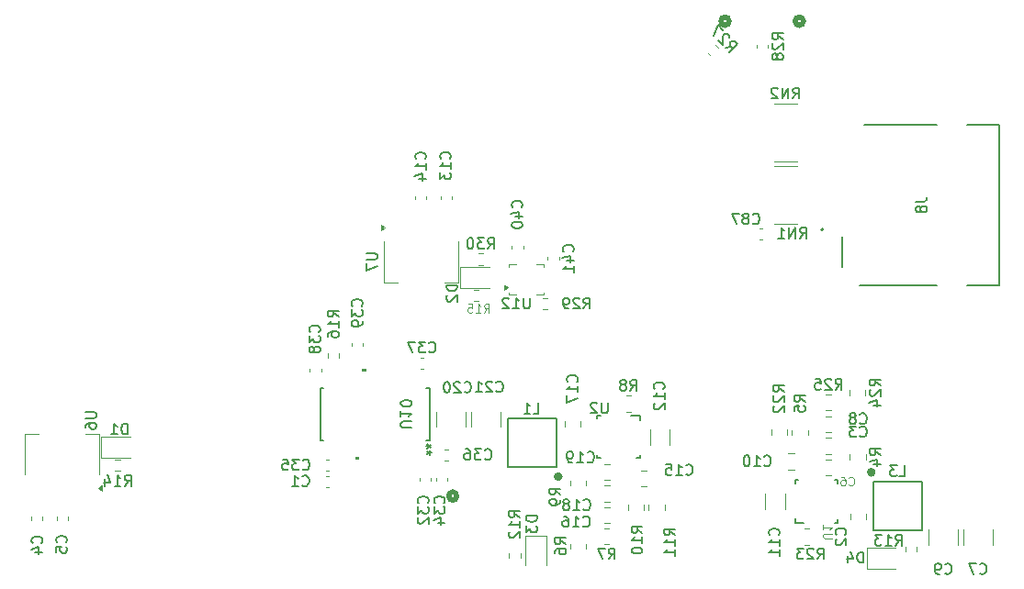
<source format=gbo>
%TF.GenerationSoftware,KiCad,Pcbnew,9.0.5*%
%TF.CreationDate,2026-01-21T19:05:34-06:00*%
%TF.ProjectId,Elysium_2026_ACB,456c7973-6975-46d5-9f32-3032365f4143,rev?*%
%TF.SameCoordinates,Original*%
%TF.FileFunction,Legend,Bot*%
%TF.FilePolarity,Positive*%
%FSLAX46Y46*%
G04 Gerber Fmt 4.6, Leading zero omitted, Abs format (unit mm)*
G04 Created by KiCad (PCBNEW 9.0.5) date 2026-01-21 19:05:34*
%MOMM*%
%LPD*%
G01*
G04 APERTURE LIST*
%ADD10C,0.150000*%
%ADD11C,0.100000*%
%ADD12C,0.508000*%
%ADD13C,0.120000*%
%ADD14C,0.200000*%
%ADD15C,0.400000*%
%ADD16C,0.152400*%
%ADD17C,0.000000*%
%ADD18C,0.127000*%
G04 APERTURE END LIST*
D10*
X183940476Y-73704819D02*
X184273809Y-73228628D01*
X184511904Y-73704819D02*
X184511904Y-72704819D01*
X184511904Y-72704819D02*
X184130952Y-72704819D01*
X184130952Y-72704819D02*
X184035714Y-72752438D01*
X184035714Y-72752438D02*
X183988095Y-72800057D01*
X183988095Y-72800057D02*
X183940476Y-72895295D01*
X183940476Y-72895295D02*
X183940476Y-73038152D01*
X183940476Y-73038152D02*
X183988095Y-73133390D01*
X183988095Y-73133390D02*
X184035714Y-73181009D01*
X184035714Y-73181009D02*
X184130952Y-73228628D01*
X184130952Y-73228628D02*
X184511904Y-73228628D01*
X183511904Y-73704819D02*
X183511904Y-72704819D01*
X183511904Y-72704819D02*
X182940476Y-73704819D01*
X182940476Y-73704819D02*
X182940476Y-72704819D01*
X181940476Y-73704819D02*
X182511904Y-73704819D01*
X182226190Y-73704819D02*
X182226190Y-72704819D01*
X182226190Y-72704819D02*
X182321428Y-72847676D01*
X182321428Y-72847676D02*
X182416666Y-72942914D01*
X182416666Y-72942914D02*
X182511904Y-72990533D01*
X180642857Y-94659580D02*
X180690476Y-94707200D01*
X180690476Y-94707200D02*
X180833333Y-94754819D01*
X180833333Y-94754819D02*
X180928571Y-94754819D01*
X180928571Y-94754819D02*
X181071428Y-94707200D01*
X181071428Y-94707200D02*
X181166666Y-94611961D01*
X181166666Y-94611961D02*
X181214285Y-94516723D01*
X181214285Y-94516723D02*
X181261904Y-94326247D01*
X181261904Y-94326247D02*
X181261904Y-94183390D01*
X181261904Y-94183390D02*
X181214285Y-93992914D01*
X181214285Y-93992914D02*
X181166666Y-93897676D01*
X181166666Y-93897676D02*
X181071428Y-93802438D01*
X181071428Y-93802438D02*
X180928571Y-93754819D01*
X180928571Y-93754819D02*
X180833333Y-93754819D01*
X180833333Y-93754819D02*
X180690476Y-93802438D01*
X180690476Y-93802438D02*
X180642857Y-93850057D01*
X179690476Y-94754819D02*
X180261904Y-94754819D01*
X179976190Y-94754819D02*
X179976190Y-93754819D01*
X179976190Y-93754819D02*
X180071428Y-93897676D01*
X180071428Y-93897676D02*
X180166666Y-93992914D01*
X180166666Y-93992914D02*
X180261904Y-94040533D01*
X179071428Y-93754819D02*
X178976190Y-93754819D01*
X178976190Y-93754819D02*
X178880952Y-93802438D01*
X178880952Y-93802438D02*
X178833333Y-93850057D01*
X178833333Y-93850057D02*
X178785714Y-93945295D01*
X178785714Y-93945295D02*
X178738095Y-94135771D01*
X178738095Y-94135771D02*
X178738095Y-94373866D01*
X178738095Y-94373866D02*
X178785714Y-94564342D01*
X178785714Y-94564342D02*
X178833333Y-94659580D01*
X178833333Y-94659580D02*
X178880952Y-94707200D01*
X178880952Y-94707200D02*
X178976190Y-94754819D01*
X178976190Y-94754819D02*
X179071428Y-94754819D01*
X179071428Y-94754819D02*
X179166666Y-94707200D01*
X179166666Y-94707200D02*
X179214285Y-94659580D01*
X179214285Y-94659580D02*
X179261904Y-94564342D01*
X179261904Y-94564342D02*
X179309523Y-94373866D01*
X179309523Y-94373866D02*
X179309523Y-94135771D01*
X179309523Y-94135771D02*
X179261904Y-93945295D01*
X179261904Y-93945295D02*
X179214285Y-93850057D01*
X179214285Y-93850057D02*
X179166666Y-93802438D01*
X179166666Y-93802438D02*
X179071428Y-93754819D01*
X155942857Y-87809580D02*
X155990476Y-87857200D01*
X155990476Y-87857200D02*
X156133333Y-87904819D01*
X156133333Y-87904819D02*
X156228571Y-87904819D01*
X156228571Y-87904819D02*
X156371428Y-87857200D01*
X156371428Y-87857200D02*
X156466666Y-87761961D01*
X156466666Y-87761961D02*
X156514285Y-87666723D01*
X156514285Y-87666723D02*
X156561904Y-87476247D01*
X156561904Y-87476247D02*
X156561904Y-87333390D01*
X156561904Y-87333390D02*
X156514285Y-87142914D01*
X156514285Y-87142914D02*
X156466666Y-87047676D01*
X156466666Y-87047676D02*
X156371428Y-86952438D01*
X156371428Y-86952438D02*
X156228571Y-86904819D01*
X156228571Y-86904819D02*
X156133333Y-86904819D01*
X156133333Y-86904819D02*
X155990476Y-86952438D01*
X155990476Y-86952438D02*
X155942857Y-87000057D01*
X155561904Y-87000057D02*
X155514285Y-86952438D01*
X155514285Y-86952438D02*
X155419047Y-86904819D01*
X155419047Y-86904819D02*
X155180952Y-86904819D01*
X155180952Y-86904819D02*
X155085714Y-86952438D01*
X155085714Y-86952438D02*
X155038095Y-87000057D01*
X155038095Y-87000057D02*
X154990476Y-87095295D01*
X154990476Y-87095295D02*
X154990476Y-87190533D01*
X154990476Y-87190533D02*
X155038095Y-87333390D01*
X155038095Y-87333390D02*
X155609523Y-87904819D01*
X155609523Y-87904819D02*
X154990476Y-87904819D01*
X154038095Y-87904819D02*
X154609523Y-87904819D01*
X154323809Y-87904819D02*
X154323809Y-86904819D01*
X154323809Y-86904819D02*
X154419047Y-87047676D01*
X154419047Y-87047676D02*
X154514285Y-87142914D01*
X154514285Y-87142914D02*
X154609523Y-87190533D01*
X138066666Y-96509580D02*
X138114285Y-96557200D01*
X138114285Y-96557200D02*
X138257142Y-96604819D01*
X138257142Y-96604819D02*
X138352380Y-96604819D01*
X138352380Y-96604819D02*
X138495237Y-96557200D01*
X138495237Y-96557200D02*
X138590475Y-96461961D01*
X138590475Y-96461961D02*
X138638094Y-96366723D01*
X138638094Y-96366723D02*
X138685713Y-96176247D01*
X138685713Y-96176247D02*
X138685713Y-96033390D01*
X138685713Y-96033390D02*
X138638094Y-95842914D01*
X138638094Y-95842914D02*
X138590475Y-95747676D01*
X138590475Y-95747676D02*
X138495237Y-95652438D01*
X138495237Y-95652438D02*
X138352380Y-95604819D01*
X138352380Y-95604819D02*
X138257142Y-95604819D01*
X138257142Y-95604819D02*
X138114285Y-95652438D01*
X138114285Y-95652438D02*
X138066666Y-95700057D01*
X137114285Y-96604819D02*
X137685713Y-96604819D01*
X137399999Y-96604819D02*
X137399999Y-95604819D01*
X137399999Y-95604819D02*
X137495237Y-95747676D01*
X137495237Y-95747676D02*
X137590475Y-95842914D01*
X137590475Y-95842914D02*
X137685713Y-95890533D01*
X184404819Y-88783333D02*
X183928628Y-88450000D01*
X184404819Y-88211905D02*
X183404819Y-88211905D01*
X183404819Y-88211905D02*
X183404819Y-88592857D01*
X183404819Y-88592857D02*
X183452438Y-88688095D01*
X183452438Y-88688095D02*
X183500057Y-88735714D01*
X183500057Y-88735714D02*
X183595295Y-88783333D01*
X183595295Y-88783333D02*
X183738152Y-88783333D01*
X183738152Y-88783333D02*
X183833390Y-88735714D01*
X183833390Y-88735714D02*
X183881009Y-88688095D01*
X183881009Y-88688095D02*
X183928628Y-88592857D01*
X183928628Y-88592857D02*
X183928628Y-88211905D01*
X183404819Y-89688095D02*
X183404819Y-89211905D01*
X183404819Y-89211905D02*
X183881009Y-89164286D01*
X183881009Y-89164286D02*
X183833390Y-89211905D01*
X183833390Y-89211905D02*
X183785771Y-89307143D01*
X183785771Y-89307143D02*
X183785771Y-89545238D01*
X183785771Y-89545238D02*
X183833390Y-89640476D01*
X183833390Y-89640476D02*
X183881009Y-89688095D01*
X183881009Y-89688095D02*
X183976247Y-89735714D01*
X183976247Y-89735714D02*
X184214342Y-89735714D01*
X184214342Y-89735714D02*
X184309580Y-89688095D01*
X184309580Y-89688095D02*
X184357200Y-89640476D01*
X184357200Y-89640476D02*
X184404819Y-89545238D01*
X184404819Y-89545238D02*
X184404819Y-89307143D01*
X184404819Y-89307143D02*
X184357200Y-89211905D01*
X184357200Y-89211905D02*
X184309580Y-89164286D01*
X169404819Y-100907142D02*
X168928628Y-100573809D01*
X169404819Y-100335714D02*
X168404819Y-100335714D01*
X168404819Y-100335714D02*
X168404819Y-100716666D01*
X168404819Y-100716666D02*
X168452438Y-100811904D01*
X168452438Y-100811904D02*
X168500057Y-100859523D01*
X168500057Y-100859523D02*
X168595295Y-100907142D01*
X168595295Y-100907142D02*
X168738152Y-100907142D01*
X168738152Y-100907142D02*
X168833390Y-100859523D01*
X168833390Y-100859523D02*
X168881009Y-100811904D01*
X168881009Y-100811904D02*
X168928628Y-100716666D01*
X168928628Y-100716666D02*
X168928628Y-100335714D01*
X169404819Y-101859523D02*
X169404819Y-101288095D01*
X169404819Y-101573809D02*
X168404819Y-101573809D01*
X168404819Y-101573809D02*
X168547676Y-101478571D01*
X168547676Y-101478571D02*
X168642914Y-101383333D01*
X168642914Y-101383333D02*
X168690533Y-101288095D01*
X168404819Y-102478571D02*
X168404819Y-102573809D01*
X168404819Y-102573809D02*
X168452438Y-102669047D01*
X168452438Y-102669047D02*
X168500057Y-102716666D01*
X168500057Y-102716666D02*
X168595295Y-102764285D01*
X168595295Y-102764285D02*
X168785771Y-102811904D01*
X168785771Y-102811904D02*
X169023866Y-102811904D01*
X169023866Y-102811904D02*
X169214342Y-102764285D01*
X169214342Y-102764285D02*
X169309580Y-102716666D01*
X169309580Y-102716666D02*
X169357200Y-102669047D01*
X169357200Y-102669047D02*
X169404819Y-102573809D01*
X169404819Y-102573809D02*
X169404819Y-102478571D01*
X169404819Y-102478571D02*
X169357200Y-102383333D01*
X169357200Y-102383333D02*
X169309580Y-102335714D01*
X169309580Y-102335714D02*
X169214342Y-102288095D01*
X169214342Y-102288095D02*
X169023866Y-102240476D01*
X169023866Y-102240476D02*
X168785771Y-102240476D01*
X168785771Y-102240476D02*
X168595295Y-102288095D01*
X168595295Y-102288095D02*
X168500057Y-102335714D01*
X168500057Y-102335714D02*
X168452438Y-102383333D01*
X168452438Y-102383333D02*
X168404819Y-102478571D01*
X191354819Y-87307142D02*
X190878628Y-86973809D01*
X191354819Y-86735714D02*
X190354819Y-86735714D01*
X190354819Y-86735714D02*
X190354819Y-87116666D01*
X190354819Y-87116666D02*
X190402438Y-87211904D01*
X190402438Y-87211904D02*
X190450057Y-87259523D01*
X190450057Y-87259523D02*
X190545295Y-87307142D01*
X190545295Y-87307142D02*
X190688152Y-87307142D01*
X190688152Y-87307142D02*
X190783390Y-87259523D01*
X190783390Y-87259523D02*
X190831009Y-87211904D01*
X190831009Y-87211904D02*
X190878628Y-87116666D01*
X190878628Y-87116666D02*
X190878628Y-86735714D01*
X190450057Y-87688095D02*
X190402438Y-87735714D01*
X190402438Y-87735714D02*
X190354819Y-87830952D01*
X190354819Y-87830952D02*
X190354819Y-88069047D01*
X190354819Y-88069047D02*
X190402438Y-88164285D01*
X190402438Y-88164285D02*
X190450057Y-88211904D01*
X190450057Y-88211904D02*
X190545295Y-88259523D01*
X190545295Y-88259523D02*
X190640533Y-88259523D01*
X190640533Y-88259523D02*
X190783390Y-88211904D01*
X190783390Y-88211904D02*
X191354819Y-87640476D01*
X191354819Y-87640476D02*
X191354819Y-88259523D01*
X190688152Y-89116666D02*
X191354819Y-89116666D01*
X190307200Y-88878571D02*
X191021485Y-88640476D01*
X191021485Y-88640476D02*
X191021485Y-89259523D01*
X183290476Y-60804819D02*
X183623809Y-60328628D01*
X183861904Y-60804819D02*
X183861904Y-59804819D01*
X183861904Y-59804819D02*
X183480952Y-59804819D01*
X183480952Y-59804819D02*
X183385714Y-59852438D01*
X183385714Y-59852438D02*
X183338095Y-59900057D01*
X183338095Y-59900057D02*
X183290476Y-59995295D01*
X183290476Y-59995295D02*
X183290476Y-60138152D01*
X183290476Y-60138152D02*
X183338095Y-60233390D01*
X183338095Y-60233390D02*
X183385714Y-60281009D01*
X183385714Y-60281009D02*
X183480952Y-60328628D01*
X183480952Y-60328628D02*
X183861904Y-60328628D01*
X182861904Y-60804819D02*
X182861904Y-59804819D01*
X182861904Y-59804819D02*
X182290476Y-60804819D01*
X182290476Y-60804819D02*
X182290476Y-59804819D01*
X181861904Y-59900057D02*
X181814285Y-59852438D01*
X181814285Y-59852438D02*
X181719047Y-59804819D01*
X181719047Y-59804819D02*
X181480952Y-59804819D01*
X181480952Y-59804819D02*
X181385714Y-59852438D01*
X181385714Y-59852438D02*
X181338095Y-59900057D01*
X181338095Y-59900057D02*
X181290476Y-59995295D01*
X181290476Y-59995295D02*
X181290476Y-60090533D01*
X181290476Y-60090533D02*
X181338095Y-60233390D01*
X181338095Y-60233390D02*
X181909523Y-60804819D01*
X181909523Y-60804819D02*
X181290476Y-60804819D01*
X121938094Y-91804819D02*
X121938094Y-90804819D01*
X121938094Y-90804819D02*
X121699999Y-90804819D01*
X121699999Y-90804819D02*
X121557142Y-90852438D01*
X121557142Y-90852438D02*
X121461904Y-90947676D01*
X121461904Y-90947676D02*
X121414285Y-91042914D01*
X121414285Y-91042914D02*
X121366666Y-91233390D01*
X121366666Y-91233390D02*
X121366666Y-91376247D01*
X121366666Y-91376247D02*
X121414285Y-91566723D01*
X121414285Y-91566723D02*
X121461904Y-91661961D01*
X121461904Y-91661961D02*
X121557142Y-91757200D01*
X121557142Y-91757200D02*
X121699999Y-91804819D01*
X121699999Y-91804819D02*
X121938094Y-91804819D01*
X120414285Y-91804819D02*
X120985713Y-91804819D01*
X120699999Y-91804819D02*
X120699999Y-90804819D01*
X120699999Y-90804819D02*
X120795237Y-90947676D01*
X120795237Y-90947676D02*
X120890475Y-91042914D01*
X120890475Y-91042914D02*
X120985713Y-91090533D01*
X179592857Y-72309580D02*
X179640476Y-72357200D01*
X179640476Y-72357200D02*
X179783333Y-72404819D01*
X179783333Y-72404819D02*
X179878571Y-72404819D01*
X179878571Y-72404819D02*
X180021428Y-72357200D01*
X180021428Y-72357200D02*
X180116666Y-72261961D01*
X180116666Y-72261961D02*
X180164285Y-72166723D01*
X180164285Y-72166723D02*
X180211904Y-71976247D01*
X180211904Y-71976247D02*
X180211904Y-71833390D01*
X180211904Y-71833390D02*
X180164285Y-71642914D01*
X180164285Y-71642914D02*
X180116666Y-71547676D01*
X180116666Y-71547676D02*
X180021428Y-71452438D01*
X180021428Y-71452438D02*
X179878571Y-71404819D01*
X179878571Y-71404819D02*
X179783333Y-71404819D01*
X179783333Y-71404819D02*
X179640476Y-71452438D01*
X179640476Y-71452438D02*
X179592857Y-71500057D01*
X179021428Y-71833390D02*
X179116666Y-71785771D01*
X179116666Y-71785771D02*
X179164285Y-71738152D01*
X179164285Y-71738152D02*
X179211904Y-71642914D01*
X179211904Y-71642914D02*
X179211904Y-71595295D01*
X179211904Y-71595295D02*
X179164285Y-71500057D01*
X179164285Y-71500057D02*
X179116666Y-71452438D01*
X179116666Y-71452438D02*
X179021428Y-71404819D01*
X179021428Y-71404819D02*
X178830952Y-71404819D01*
X178830952Y-71404819D02*
X178735714Y-71452438D01*
X178735714Y-71452438D02*
X178688095Y-71500057D01*
X178688095Y-71500057D02*
X178640476Y-71595295D01*
X178640476Y-71595295D02*
X178640476Y-71642914D01*
X178640476Y-71642914D02*
X178688095Y-71738152D01*
X178688095Y-71738152D02*
X178735714Y-71785771D01*
X178735714Y-71785771D02*
X178830952Y-71833390D01*
X178830952Y-71833390D02*
X179021428Y-71833390D01*
X179021428Y-71833390D02*
X179116666Y-71881009D01*
X179116666Y-71881009D02*
X179164285Y-71928628D01*
X179164285Y-71928628D02*
X179211904Y-72023866D01*
X179211904Y-72023866D02*
X179211904Y-72214342D01*
X179211904Y-72214342D02*
X179164285Y-72309580D01*
X179164285Y-72309580D02*
X179116666Y-72357200D01*
X179116666Y-72357200D02*
X179021428Y-72404819D01*
X179021428Y-72404819D02*
X178830952Y-72404819D01*
X178830952Y-72404819D02*
X178735714Y-72357200D01*
X178735714Y-72357200D02*
X178688095Y-72309580D01*
X178688095Y-72309580D02*
X178640476Y-72214342D01*
X178640476Y-72214342D02*
X178640476Y-72023866D01*
X178640476Y-72023866D02*
X178688095Y-71928628D01*
X178688095Y-71928628D02*
X178735714Y-71881009D01*
X178735714Y-71881009D02*
X178830952Y-71833390D01*
X178307142Y-71404819D02*
X177640476Y-71404819D01*
X177640476Y-71404819D02*
X178069047Y-72404819D01*
X193109958Y-95654819D02*
X193586148Y-95654819D01*
X193586148Y-95654819D02*
X193586148Y-94654819D01*
X192871862Y-94654819D02*
X192252815Y-94654819D01*
X192252815Y-94654819D02*
X192586148Y-95035771D01*
X192586148Y-95035771D02*
X192443291Y-95035771D01*
X192443291Y-95035771D02*
X192348053Y-95083390D01*
X192348053Y-95083390D02*
X192300434Y-95131009D01*
X192300434Y-95131009D02*
X192252815Y-95226247D01*
X192252815Y-95226247D02*
X192252815Y-95464342D01*
X192252815Y-95464342D02*
X192300434Y-95559580D01*
X192300434Y-95559580D02*
X192348053Y-95607200D01*
X192348053Y-95607200D02*
X192443291Y-95654819D01*
X192443291Y-95654819D02*
X192729005Y-95654819D01*
X192729005Y-95654819D02*
X192824243Y-95607200D01*
X192824243Y-95607200D02*
X192871862Y-95559580D01*
X139609580Y-82357142D02*
X139657200Y-82309523D01*
X139657200Y-82309523D02*
X139704819Y-82166666D01*
X139704819Y-82166666D02*
X139704819Y-82071428D01*
X139704819Y-82071428D02*
X139657200Y-81928571D01*
X139657200Y-81928571D02*
X139561961Y-81833333D01*
X139561961Y-81833333D02*
X139466723Y-81785714D01*
X139466723Y-81785714D02*
X139276247Y-81738095D01*
X139276247Y-81738095D02*
X139133390Y-81738095D01*
X139133390Y-81738095D02*
X138942914Y-81785714D01*
X138942914Y-81785714D02*
X138847676Y-81833333D01*
X138847676Y-81833333D02*
X138752438Y-81928571D01*
X138752438Y-81928571D02*
X138704819Y-82071428D01*
X138704819Y-82071428D02*
X138704819Y-82166666D01*
X138704819Y-82166666D02*
X138752438Y-82309523D01*
X138752438Y-82309523D02*
X138800057Y-82357142D01*
X138704819Y-82690476D02*
X138704819Y-83309523D01*
X138704819Y-83309523D02*
X139085771Y-82976190D01*
X139085771Y-82976190D02*
X139085771Y-83119047D01*
X139085771Y-83119047D02*
X139133390Y-83214285D01*
X139133390Y-83214285D02*
X139181009Y-83261904D01*
X139181009Y-83261904D02*
X139276247Y-83309523D01*
X139276247Y-83309523D02*
X139514342Y-83309523D01*
X139514342Y-83309523D02*
X139609580Y-83261904D01*
X139609580Y-83261904D02*
X139657200Y-83214285D01*
X139657200Y-83214285D02*
X139704819Y-83119047D01*
X139704819Y-83119047D02*
X139704819Y-82833333D01*
X139704819Y-82833333D02*
X139657200Y-82738095D01*
X139657200Y-82738095D02*
X139609580Y-82690476D01*
X139133390Y-83880952D02*
X139085771Y-83785714D01*
X139085771Y-83785714D02*
X139038152Y-83738095D01*
X139038152Y-83738095D02*
X138942914Y-83690476D01*
X138942914Y-83690476D02*
X138895295Y-83690476D01*
X138895295Y-83690476D02*
X138800057Y-83738095D01*
X138800057Y-83738095D02*
X138752438Y-83785714D01*
X138752438Y-83785714D02*
X138704819Y-83880952D01*
X138704819Y-83880952D02*
X138704819Y-84071428D01*
X138704819Y-84071428D02*
X138752438Y-84166666D01*
X138752438Y-84166666D02*
X138800057Y-84214285D01*
X138800057Y-84214285D02*
X138895295Y-84261904D01*
X138895295Y-84261904D02*
X138942914Y-84261904D01*
X138942914Y-84261904D02*
X139038152Y-84214285D01*
X139038152Y-84214285D02*
X139085771Y-84166666D01*
X139085771Y-84166666D02*
X139133390Y-84071428D01*
X139133390Y-84071428D02*
X139133390Y-83880952D01*
X139133390Y-83880952D02*
X139181009Y-83785714D01*
X139181009Y-83785714D02*
X139228628Y-83738095D01*
X139228628Y-83738095D02*
X139323866Y-83690476D01*
X139323866Y-83690476D02*
X139514342Y-83690476D01*
X139514342Y-83690476D02*
X139609580Y-83738095D01*
X139609580Y-83738095D02*
X139657200Y-83785714D01*
X139657200Y-83785714D02*
X139704819Y-83880952D01*
X139704819Y-83880952D02*
X139704819Y-84071428D01*
X139704819Y-84071428D02*
X139657200Y-84166666D01*
X139657200Y-84166666D02*
X139609580Y-84214285D01*
X139609580Y-84214285D02*
X139514342Y-84261904D01*
X139514342Y-84261904D02*
X139323866Y-84261904D01*
X139323866Y-84261904D02*
X139228628Y-84214285D01*
X139228628Y-84214285D02*
X139181009Y-84166666D01*
X139181009Y-84166666D02*
X139133390Y-84071428D01*
X158104819Y-99457142D02*
X157628628Y-99123809D01*
X158104819Y-98885714D02*
X157104819Y-98885714D01*
X157104819Y-98885714D02*
X157104819Y-99266666D01*
X157104819Y-99266666D02*
X157152438Y-99361904D01*
X157152438Y-99361904D02*
X157200057Y-99409523D01*
X157200057Y-99409523D02*
X157295295Y-99457142D01*
X157295295Y-99457142D02*
X157438152Y-99457142D01*
X157438152Y-99457142D02*
X157533390Y-99409523D01*
X157533390Y-99409523D02*
X157581009Y-99361904D01*
X157581009Y-99361904D02*
X157628628Y-99266666D01*
X157628628Y-99266666D02*
X157628628Y-98885714D01*
X158104819Y-100409523D02*
X158104819Y-99838095D01*
X158104819Y-100123809D02*
X157104819Y-100123809D01*
X157104819Y-100123809D02*
X157247676Y-100028571D01*
X157247676Y-100028571D02*
X157342914Y-99933333D01*
X157342914Y-99933333D02*
X157390533Y-99838095D01*
X157200057Y-100790476D02*
X157152438Y-100838095D01*
X157152438Y-100838095D02*
X157104819Y-100933333D01*
X157104819Y-100933333D02*
X157104819Y-101171428D01*
X157104819Y-101171428D02*
X157152438Y-101266666D01*
X157152438Y-101266666D02*
X157200057Y-101314285D01*
X157200057Y-101314285D02*
X157295295Y-101361904D01*
X157295295Y-101361904D02*
X157390533Y-101361904D01*
X157390533Y-101361904D02*
X157533390Y-101314285D01*
X157533390Y-101314285D02*
X158104819Y-100742857D01*
X158104819Y-100742857D02*
X158104819Y-101361904D01*
X121692857Y-96554819D02*
X122026190Y-96078628D01*
X122264285Y-96554819D02*
X122264285Y-95554819D01*
X122264285Y-95554819D02*
X121883333Y-95554819D01*
X121883333Y-95554819D02*
X121788095Y-95602438D01*
X121788095Y-95602438D02*
X121740476Y-95650057D01*
X121740476Y-95650057D02*
X121692857Y-95745295D01*
X121692857Y-95745295D02*
X121692857Y-95888152D01*
X121692857Y-95888152D02*
X121740476Y-95983390D01*
X121740476Y-95983390D02*
X121788095Y-96031009D01*
X121788095Y-96031009D02*
X121883333Y-96078628D01*
X121883333Y-96078628D02*
X122264285Y-96078628D01*
X120740476Y-96554819D02*
X121311904Y-96554819D01*
X121026190Y-96554819D02*
X121026190Y-95554819D01*
X121026190Y-95554819D02*
X121121428Y-95697676D01*
X121121428Y-95697676D02*
X121216666Y-95792914D01*
X121216666Y-95792914D02*
X121311904Y-95840533D01*
X119883333Y-95888152D02*
X119883333Y-96554819D01*
X120121428Y-95507200D02*
X120359523Y-96221485D01*
X120359523Y-96221485D02*
X119740476Y-96221485D01*
X189466666Y-90759580D02*
X189514285Y-90807200D01*
X189514285Y-90807200D02*
X189657142Y-90854819D01*
X189657142Y-90854819D02*
X189752380Y-90854819D01*
X189752380Y-90854819D02*
X189895237Y-90807200D01*
X189895237Y-90807200D02*
X189990475Y-90711961D01*
X189990475Y-90711961D02*
X190038094Y-90616723D01*
X190038094Y-90616723D02*
X190085713Y-90426247D01*
X190085713Y-90426247D02*
X190085713Y-90283390D01*
X190085713Y-90283390D02*
X190038094Y-90092914D01*
X190038094Y-90092914D02*
X189990475Y-89997676D01*
X189990475Y-89997676D02*
X189895237Y-89902438D01*
X189895237Y-89902438D02*
X189752380Y-89854819D01*
X189752380Y-89854819D02*
X189657142Y-89854819D01*
X189657142Y-89854819D02*
X189514285Y-89902438D01*
X189514285Y-89902438D02*
X189466666Y-89950057D01*
X188895237Y-90283390D02*
X188990475Y-90235771D01*
X188990475Y-90235771D02*
X189038094Y-90188152D01*
X189038094Y-90188152D02*
X189085713Y-90092914D01*
X189085713Y-90092914D02*
X189085713Y-90045295D01*
X189085713Y-90045295D02*
X189038094Y-89950057D01*
X189038094Y-89950057D02*
X188990475Y-89902438D01*
X188990475Y-89902438D02*
X188895237Y-89854819D01*
X188895237Y-89854819D02*
X188704761Y-89854819D01*
X188704761Y-89854819D02*
X188609523Y-89902438D01*
X188609523Y-89902438D02*
X188561904Y-89950057D01*
X188561904Y-89950057D02*
X188514285Y-90045295D01*
X188514285Y-90045295D02*
X188514285Y-90092914D01*
X188514285Y-90092914D02*
X188561904Y-90188152D01*
X188561904Y-90188152D02*
X188609523Y-90235771D01*
X188609523Y-90235771D02*
X188704761Y-90283390D01*
X188704761Y-90283390D02*
X188895237Y-90283390D01*
X188895237Y-90283390D02*
X188990475Y-90331009D01*
X188990475Y-90331009D02*
X189038094Y-90378628D01*
X189038094Y-90378628D02*
X189085713Y-90473866D01*
X189085713Y-90473866D02*
X189085713Y-90664342D01*
X189085713Y-90664342D02*
X189038094Y-90759580D01*
X189038094Y-90759580D02*
X188990475Y-90807200D01*
X188990475Y-90807200D02*
X188895237Y-90854819D01*
X188895237Y-90854819D02*
X188704761Y-90854819D01*
X188704761Y-90854819D02*
X188609523Y-90807200D01*
X188609523Y-90807200D02*
X188561904Y-90759580D01*
X188561904Y-90759580D02*
X188514285Y-90664342D01*
X188514285Y-90664342D02*
X188514285Y-90473866D01*
X188514285Y-90473866D02*
X188561904Y-90378628D01*
X188561904Y-90378628D02*
X188609523Y-90331009D01*
X188609523Y-90331009D02*
X188704761Y-90283390D01*
X168302562Y-87787013D02*
X168635895Y-87310822D01*
X168873990Y-87787013D02*
X168873990Y-86787013D01*
X168873990Y-86787013D02*
X168493038Y-86787013D01*
X168493038Y-86787013D02*
X168397800Y-86834632D01*
X168397800Y-86834632D02*
X168350181Y-86882251D01*
X168350181Y-86882251D02*
X168302562Y-86977489D01*
X168302562Y-86977489D02*
X168302562Y-87120346D01*
X168302562Y-87120346D02*
X168350181Y-87215584D01*
X168350181Y-87215584D02*
X168397800Y-87263203D01*
X168397800Y-87263203D02*
X168493038Y-87310822D01*
X168493038Y-87310822D02*
X168873990Y-87310822D01*
X167731133Y-87215584D02*
X167826371Y-87167965D01*
X167826371Y-87167965D02*
X167873990Y-87120346D01*
X167873990Y-87120346D02*
X167921609Y-87025108D01*
X167921609Y-87025108D02*
X167921609Y-86977489D01*
X167921609Y-86977489D02*
X167873990Y-86882251D01*
X167873990Y-86882251D02*
X167826371Y-86834632D01*
X167826371Y-86834632D02*
X167731133Y-86787013D01*
X167731133Y-86787013D02*
X167540657Y-86787013D01*
X167540657Y-86787013D02*
X167445419Y-86834632D01*
X167445419Y-86834632D02*
X167397800Y-86882251D01*
X167397800Y-86882251D02*
X167350181Y-86977489D01*
X167350181Y-86977489D02*
X167350181Y-87025108D01*
X167350181Y-87025108D02*
X167397800Y-87120346D01*
X167397800Y-87120346D02*
X167445419Y-87167965D01*
X167445419Y-87167965D02*
X167540657Y-87215584D01*
X167540657Y-87215584D02*
X167731133Y-87215584D01*
X167731133Y-87215584D02*
X167826371Y-87263203D01*
X167826371Y-87263203D02*
X167873990Y-87310822D01*
X167873990Y-87310822D02*
X167921609Y-87406060D01*
X167921609Y-87406060D02*
X167921609Y-87596536D01*
X167921609Y-87596536D02*
X167873990Y-87691774D01*
X167873990Y-87691774D02*
X167826371Y-87739394D01*
X167826371Y-87739394D02*
X167731133Y-87787013D01*
X167731133Y-87787013D02*
X167540657Y-87787013D01*
X167540657Y-87787013D02*
X167445419Y-87739394D01*
X167445419Y-87739394D02*
X167397800Y-87691774D01*
X167397800Y-87691774D02*
X167350181Y-87596536D01*
X167350181Y-87596536D02*
X167350181Y-87406060D01*
X167350181Y-87406060D02*
X167397800Y-87310822D01*
X167397800Y-87310822D02*
X167445419Y-87263203D01*
X167445419Y-87263203D02*
X167540657Y-87215584D01*
D11*
X154814285Y-80564895D02*
X155080952Y-80183942D01*
X155271428Y-80564895D02*
X155271428Y-79764895D01*
X155271428Y-79764895D02*
X154966666Y-79764895D01*
X154966666Y-79764895D02*
X154890476Y-79802990D01*
X154890476Y-79802990D02*
X154852381Y-79841085D01*
X154852381Y-79841085D02*
X154814285Y-79917276D01*
X154814285Y-79917276D02*
X154814285Y-80031561D01*
X154814285Y-80031561D02*
X154852381Y-80107752D01*
X154852381Y-80107752D02*
X154890476Y-80145847D01*
X154890476Y-80145847D02*
X154966666Y-80183942D01*
X154966666Y-80183942D02*
X155271428Y-80183942D01*
X154052381Y-80564895D02*
X154509524Y-80564895D01*
X154280952Y-80564895D02*
X154280952Y-79764895D01*
X154280952Y-79764895D02*
X154357143Y-79879180D01*
X154357143Y-79879180D02*
X154433333Y-79955371D01*
X154433333Y-79955371D02*
X154509524Y-79993466D01*
X153328571Y-79764895D02*
X153709523Y-79764895D01*
X153709523Y-79764895D02*
X153747619Y-80145847D01*
X153747619Y-80145847D02*
X153709523Y-80107752D01*
X153709523Y-80107752D02*
X153633333Y-80069657D01*
X153633333Y-80069657D02*
X153442857Y-80069657D01*
X153442857Y-80069657D02*
X153366666Y-80107752D01*
X153366666Y-80107752D02*
X153328571Y-80145847D01*
X153328571Y-80145847D02*
X153290476Y-80222038D01*
X153290476Y-80222038D02*
X153290476Y-80412514D01*
X153290476Y-80412514D02*
X153328571Y-80488704D01*
X153328571Y-80488704D02*
X153366666Y-80526800D01*
X153366666Y-80526800D02*
X153442857Y-80564895D01*
X153442857Y-80564895D02*
X153633333Y-80564895D01*
X153633333Y-80564895D02*
X153709523Y-80526800D01*
X153709523Y-80526800D02*
X153747619Y-80488704D01*
D10*
X166211904Y-88854819D02*
X166211904Y-89664342D01*
X166211904Y-89664342D02*
X166164285Y-89759580D01*
X166164285Y-89759580D02*
X166116666Y-89807200D01*
X166116666Y-89807200D02*
X166021428Y-89854819D01*
X166021428Y-89854819D02*
X165830952Y-89854819D01*
X165830952Y-89854819D02*
X165735714Y-89807200D01*
X165735714Y-89807200D02*
X165688095Y-89759580D01*
X165688095Y-89759580D02*
X165640476Y-89664342D01*
X165640476Y-89664342D02*
X165640476Y-88854819D01*
X165211904Y-88950057D02*
X165164285Y-88902438D01*
X165164285Y-88902438D02*
X165069047Y-88854819D01*
X165069047Y-88854819D02*
X164830952Y-88854819D01*
X164830952Y-88854819D02*
X164735714Y-88902438D01*
X164735714Y-88902438D02*
X164688095Y-88950057D01*
X164688095Y-88950057D02*
X164640476Y-89045295D01*
X164640476Y-89045295D02*
X164640476Y-89140533D01*
X164640476Y-89140533D02*
X164688095Y-89283390D01*
X164688095Y-89283390D02*
X165259523Y-89854819D01*
X165259523Y-89854819D02*
X164640476Y-89854819D01*
D11*
X188433332Y-96438704D02*
X188471428Y-96476800D01*
X188471428Y-96476800D02*
X188585713Y-96514895D01*
X188585713Y-96514895D02*
X188661904Y-96514895D01*
X188661904Y-96514895D02*
X188776190Y-96476800D01*
X188776190Y-96476800D02*
X188852380Y-96400609D01*
X188852380Y-96400609D02*
X188890475Y-96324419D01*
X188890475Y-96324419D02*
X188928571Y-96172038D01*
X188928571Y-96172038D02*
X188928571Y-96057752D01*
X188928571Y-96057752D02*
X188890475Y-95905371D01*
X188890475Y-95905371D02*
X188852380Y-95829180D01*
X188852380Y-95829180D02*
X188776190Y-95752990D01*
X188776190Y-95752990D02*
X188661904Y-95714895D01*
X188661904Y-95714895D02*
X188585713Y-95714895D01*
X188585713Y-95714895D02*
X188471428Y-95752990D01*
X188471428Y-95752990D02*
X188433332Y-95791085D01*
X187747618Y-95714895D02*
X187899999Y-95714895D01*
X187899999Y-95714895D02*
X187976190Y-95752990D01*
X187976190Y-95752990D02*
X188014285Y-95791085D01*
X188014285Y-95791085D02*
X188090475Y-95905371D01*
X188090475Y-95905371D02*
X188128571Y-96057752D01*
X188128571Y-96057752D02*
X188128571Y-96362514D01*
X188128571Y-96362514D02*
X188090475Y-96438704D01*
X188090475Y-96438704D02*
X188052380Y-96476800D01*
X188052380Y-96476800D02*
X187976190Y-96514895D01*
X187976190Y-96514895D02*
X187823809Y-96514895D01*
X187823809Y-96514895D02*
X187747618Y-96476800D01*
X187747618Y-96476800D02*
X187709523Y-96438704D01*
X187709523Y-96438704D02*
X187671428Y-96362514D01*
X187671428Y-96362514D02*
X187671428Y-96172038D01*
X187671428Y-96172038D02*
X187709523Y-96095847D01*
X187709523Y-96095847D02*
X187747618Y-96057752D01*
X187747618Y-96057752D02*
X187823809Y-96019657D01*
X187823809Y-96019657D02*
X187976190Y-96019657D01*
X187976190Y-96019657D02*
X188052380Y-96057752D01*
X188052380Y-96057752D02*
X188090475Y-96095847D01*
X188090475Y-96095847D02*
X188128571Y-96172038D01*
D10*
X197316666Y-104609580D02*
X197364285Y-104657200D01*
X197364285Y-104657200D02*
X197507142Y-104704819D01*
X197507142Y-104704819D02*
X197602380Y-104704819D01*
X197602380Y-104704819D02*
X197745237Y-104657200D01*
X197745237Y-104657200D02*
X197840475Y-104561961D01*
X197840475Y-104561961D02*
X197888094Y-104466723D01*
X197888094Y-104466723D02*
X197935713Y-104276247D01*
X197935713Y-104276247D02*
X197935713Y-104133390D01*
X197935713Y-104133390D02*
X197888094Y-103942914D01*
X197888094Y-103942914D02*
X197840475Y-103847676D01*
X197840475Y-103847676D02*
X197745237Y-103752438D01*
X197745237Y-103752438D02*
X197602380Y-103704819D01*
X197602380Y-103704819D02*
X197507142Y-103704819D01*
X197507142Y-103704819D02*
X197364285Y-103752438D01*
X197364285Y-103752438D02*
X197316666Y-103800057D01*
X196840475Y-104704819D02*
X196649999Y-104704819D01*
X196649999Y-104704819D02*
X196554761Y-104657200D01*
X196554761Y-104657200D02*
X196507142Y-104609580D01*
X196507142Y-104609580D02*
X196411904Y-104466723D01*
X196411904Y-104466723D02*
X196364285Y-104276247D01*
X196364285Y-104276247D02*
X196364285Y-103895295D01*
X196364285Y-103895295D02*
X196411904Y-103800057D01*
X196411904Y-103800057D02*
X196459523Y-103752438D01*
X196459523Y-103752438D02*
X196554761Y-103704819D01*
X196554761Y-103704819D02*
X196745237Y-103704819D01*
X196745237Y-103704819D02*
X196840475Y-103752438D01*
X196840475Y-103752438D02*
X196888094Y-103800057D01*
X196888094Y-103800057D02*
X196935713Y-103895295D01*
X196935713Y-103895295D02*
X196935713Y-104133390D01*
X196935713Y-104133390D02*
X196888094Y-104228628D01*
X196888094Y-104228628D02*
X196840475Y-104276247D01*
X196840475Y-104276247D02*
X196745237Y-104323866D01*
X196745237Y-104323866D02*
X196554761Y-104323866D01*
X196554761Y-104323866D02*
X196459523Y-104276247D01*
X196459523Y-104276247D02*
X196411904Y-104228628D01*
X196411904Y-104228628D02*
X196364285Y-104133390D01*
X149359580Y-66407142D02*
X149407200Y-66359523D01*
X149407200Y-66359523D02*
X149454819Y-66216666D01*
X149454819Y-66216666D02*
X149454819Y-66121428D01*
X149454819Y-66121428D02*
X149407200Y-65978571D01*
X149407200Y-65978571D02*
X149311961Y-65883333D01*
X149311961Y-65883333D02*
X149216723Y-65835714D01*
X149216723Y-65835714D02*
X149026247Y-65788095D01*
X149026247Y-65788095D02*
X148883390Y-65788095D01*
X148883390Y-65788095D02*
X148692914Y-65835714D01*
X148692914Y-65835714D02*
X148597676Y-65883333D01*
X148597676Y-65883333D02*
X148502438Y-65978571D01*
X148502438Y-65978571D02*
X148454819Y-66121428D01*
X148454819Y-66121428D02*
X148454819Y-66216666D01*
X148454819Y-66216666D02*
X148502438Y-66359523D01*
X148502438Y-66359523D02*
X148550057Y-66407142D01*
X149454819Y-67359523D02*
X149454819Y-66788095D01*
X149454819Y-67073809D02*
X148454819Y-67073809D01*
X148454819Y-67073809D02*
X148597676Y-66978571D01*
X148597676Y-66978571D02*
X148692914Y-66883333D01*
X148692914Y-66883333D02*
X148740533Y-66788095D01*
X148788152Y-68216666D02*
X149454819Y-68216666D01*
X148407200Y-67978571D02*
X149121485Y-67740476D01*
X149121485Y-67740476D02*
X149121485Y-68359523D01*
X148145180Y-91188094D02*
X147335657Y-91188094D01*
X147335657Y-91188094D02*
X147240419Y-91140475D01*
X147240419Y-91140475D02*
X147192800Y-91092856D01*
X147192800Y-91092856D02*
X147145180Y-90997618D01*
X147145180Y-90997618D02*
X147145180Y-90807142D01*
X147145180Y-90807142D02*
X147192800Y-90711904D01*
X147192800Y-90711904D02*
X147240419Y-90664285D01*
X147240419Y-90664285D02*
X147335657Y-90616666D01*
X147335657Y-90616666D02*
X148145180Y-90616666D01*
X147145180Y-89616666D02*
X147145180Y-90188094D01*
X147145180Y-89902380D02*
X148145180Y-89902380D01*
X148145180Y-89902380D02*
X148002323Y-89997618D01*
X148002323Y-89997618D02*
X147907085Y-90092856D01*
X147907085Y-90092856D02*
X147859466Y-90188094D01*
X148145180Y-88997618D02*
X148145180Y-88902380D01*
X148145180Y-88902380D02*
X148097561Y-88807142D01*
X148097561Y-88807142D02*
X148049942Y-88759523D01*
X148049942Y-88759523D02*
X147954704Y-88711904D01*
X147954704Y-88711904D02*
X147764228Y-88664285D01*
X147764228Y-88664285D02*
X147526133Y-88664285D01*
X147526133Y-88664285D02*
X147335657Y-88711904D01*
X147335657Y-88711904D02*
X147240419Y-88759523D01*
X147240419Y-88759523D02*
X147192800Y-88807142D01*
X147192800Y-88807142D02*
X147145180Y-88902380D01*
X147145180Y-88902380D02*
X147145180Y-88997618D01*
X147145180Y-88997618D02*
X147192800Y-89092856D01*
X147192800Y-89092856D02*
X147240419Y-89140475D01*
X147240419Y-89140475D02*
X147335657Y-89188094D01*
X147335657Y-89188094D02*
X147526133Y-89235713D01*
X147526133Y-89235713D02*
X147764228Y-89235713D01*
X147764228Y-89235713D02*
X147954704Y-89188094D01*
X147954704Y-89188094D02*
X148049942Y-89140475D01*
X148049942Y-89140475D02*
X148097561Y-89092856D01*
X148097561Y-89092856D02*
X148145180Y-88997618D01*
X149995180Y-93499999D02*
X149757085Y-93499999D01*
X149852323Y-93738094D02*
X149757085Y-93499999D01*
X149757085Y-93499999D02*
X149852323Y-93261904D01*
X149566609Y-93642856D02*
X149757085Y-93499999D01*
X149757085Y-93499999D02*
X149566609Y-93357142D01*
X149454819Y-92900000D02*
X149692914Y-92900000D01*
X149597676Y-92661905D02*
X149692914Y-92900000D01*
X149692914Y-92900000D02*
X149597676Y-93138095D01*
X149883390Y-92757143D02*
X149692914Y-92900000D01*
X149692914Y-92900000D02*
X149883390Y-93042857D01*
X149742857Y-84171580D02*
X149790476Y-84219200D01*
X149790476Y-84219200D02*
X149933333Y-84266819D01*
X149933333Y-84266819D02*
X150028571Y-84266819D01*
X150028571Y-84266819D02*
X150171428Y-84219200D01*
X150171428Y-84219200D02*
X150266666Y-84123961D01*
X150266666Y-84123961D02*
X150314285Y-84028723D01*
X150314285Y-84028723D02*
X150361904Y-83838247D01*
X150361904Y-83838247D02*
X150361904Y-83695390D01*
X150361904Y-83695390D02*
X150314285Y-83504914D01*
X150314285Y-83504914D02*
X150266666Y-83409676D01*
X150266666Y-83409676D02*
X150171428Y-83314438D01*
X150171428Y-83314438D02*
X150028571Y-83266819D01*
X150028571Y-83266819D02*
X149933333Y-83266819D01*
X149933333Y-83266819D02*
X149790476Y-83314438D01*
X149790476Y-83314438D02*
X149742857Y-83362057D01*
X149409523Y-83266819D02*
X148790476Y-83266819D01*
X148790476Y-83266819D02*
X149123809Y-83647771D01*
X149123809Y-83647771D02*
X148980952Y-83647771D01*
X148980952Y-83647771D02*
X148885714Y-83695390D01*
X148885714Y-83695390D02*
X148838095Y-83743009D01*
X148838095Y-83743009D02*
X148790476Y-83838247D01*
X148790476Y-83838247D02*
X148790476Y-84076342D01*
X148790476Y-84076342D02*
X148838095Y-84171580D01*
X148838095Y-84171580D02*
X148885714Y-84219200D01*
X148885714Y-84219200D02*
X148980952Y-84266819D01*
X148980952Y-84266819D02*
X149266666Y-84266819D01*
X149266666Y-84266819D02*
X149361904Y-84219200D01*
X149361904Y-84219200D02*
X149409523Y-84171580D01*
X148457142Y-83266819D02*
X147790476Y-83266819D01*
X147790476Y-83266819D02*
X148219047Y-84266819D01*
X158259580Y-70857142D02*
X158307200Y-70809523D01*
X158307200Y-70809523D02*
X158354819Y-70666666D01*
X158354819Y-70666666D02*
X158354819Y-70571428D01*
X158354819Y-70571428D02*
X158307200Y-70428571D01*
X158307200Y-70428571D02*
X158211961Y-70333333D01*
X158211961Y-70333333D02*
X158116723Y-70285714D01*
X158116723Y-70285714D02*
X157926247Y-70238095D01*
X157926247Y-70238095D02*
X157783390Y-70238095D01*
X157783390Y-70238095D02*
X157592914Y-70285714D01*
X157592914Y-70285714D02*
X157497676Y-70333333D01*
X157497676Y-70333333D02*
X157402438Y-70428571D01*
X157402438Y-70428571D02*
X157354819Y-70571428D01*
X157354819Y-70571428D02*
X157354819Y-70666666D01*
X157354819Y-70666666D02*
X157402438Y-70809523D01*
X157402438Y-70809523D02*
X157450057Y-70857142D01*
X157688152Y-71714285D02*
X158354819Y-71714285D01*
X157307200Y-71476190D02*
X158021485Y-71238095D01*
X158021485Y-71238095D02*
X158021485Y-71857142D01*
X157354819Y-72428571D02*
X157354819Y-72523809D01*
X157354819Y-72523809D02*
X157402438Y-72619047D01*
X157402438Y-72619047D02*
X157450057Y-72666666D01*
X157450057Y-72666666D02*
X157545295Y-72714285D01*
X157545295Y-72714285D02*
X157735771Y-72761904D01*
X157735771Y-72761904D02*
X157973866Y-72761904D01*
X157973866Y-72761904D02*
X158164342Y-72714285D01*
X158164342Y-72714285D02*
X158259580Y-72666666D01*
X158259580Y-72666666D02*
X158307200Y-72619047D01*
X158307200Y-72619047D02*
X158354819Y-72523809D01*
X158354819Y-72523809D02*
X158354819Y-72428571D01*
X158354819Y-72428571D02*
X158307200Y-72333333D01*
X158307200Y-72333333D02*
X158259580Y-72285714D01*
X158259580Y-72285714D02*
X158164342Y-72238095D01*
X158164342Y-72238095D02*
X157973866Y-72190476D01*
X157973866Y-72190476D02*
X157735771Y-72190476D01*
X157735771Y-72190476D02*
X157545295Y-72238095D01*
X157545295Y-72238095D02*
X157450057Y-72285714D01*
X157450057Y-72285714D02*
X157402438Y-72333333D01*
X157402438Y-72333333D02*
X157354819Y-72428571D01*
X141404819Y-80957142D02*
X140928628Y-80623809D01*
X141404819Y-80385714D02*
X140404819Y-80385714D01*
X140404819Y-80385714D02*
X140404819Y-80766666D01*
X140404819Y-80766666D02*
X140452438Y-80861904D01*
X140452438Y-80861904D02*
X140500057Y-80909523D01*
X140500057Y-80909523D02*
X140595295Y-80957142D01*
X140595295Y-80957142D02*
X140738152Y-80957142D01*
X140738152Y-80957142D02*
X140833390Y-80909523D01*
X140833390Y-80909523D02*
X140881009Y-80861904D01*
X140881009Y-80861904D02*
X140928628Y-80766666D01*
X140928628Y-80766666D02*
X140928628Y-80385714D01*
X141404819Y-81909523D02*
X141404819Y-81338095D01*
X141404819Y-81623809D02*
X140404819Y-81623809D01*
X140404819Y-81623809D02*
X140547676Y-81528571D01*
X140547676Y-81528571D02*
X140642914Y-81433333D01*
X140642914Y-81433333D02*
X140690533Y-81338095D01*
X140404819Y-82766666D02*
X140404819Y-82576190D01*
X140404819Y-82576190D02*
X140452438Y-82480952D01*
X140452438Y-82480952D02*
X140500057Y-82433333D01*
X140500057Y-82433333D02*
X140642914Y-82338095D01*
X140642914Y-82338095D02*
X140833390Y-82290476D01*
X140833390Y-82290476D02*
X141214342Y-82290476D01*
X141214342Y-82290476D02*
X141309580Y-82338095D01*
X141309580Y-82338095D02*
X141357200Y-82385714D01*
X141357200Y-82385714D02*
X141404819Y-82480952D01*
X141404819Y-82480952D02*
X141404819Y-82671428D01*
X141404819Y-82671428D02*
X141357200Y-82766666D01*
X141357200Y-82766666D02*
X141309580Y-82814285D01*
X141309580Y-82814285D02*
X141214342Y-82861904D01*
X141214342Y-82861904D02*
X140976247Y-82861904D01*
X140976247Y-82861904D02*
X140881009Y-82814285D01*
X140881009Y-82814285D02*
X140833390Y-82766666D01*
X140833390Y-82766666D02*
X140785771Y-82671428D01*
X140785771Y-82671428D02*
X140785771Y-82480952D01*
X140785771Y-82480952D02*
X140833390Y-82385714D01*
X140833390Y-82385714D02*
X140881009Y-82338095D01*
X140881009Y-82338095D02*
X140976247Y-82290476D01*
X151109579Y-98157143D02*
X151157199Y-98109524D01*
X151157199Y-98109524D02*
X151204818Y-97966667D01*
X151204818Y-97966667D02*
X151204818Y-97871429D01*
X151204818Y-97871429D02*
X151157199Y-97728572D01*
X151157199Y-97728572D02*
X151061960Y-97633334D01*
X151061960Y-97633334D02*
X150966722Y-97585715D01*
X150966722Y-97585715D02*
X150776246Y-97538096D01*
X150776246Y-97538096D02*
X150633389Y-97538096D01*
X150633389Y-97538096D02*
X150442913Y-97585715D01*
X150442913Y-97585715D02*
X150347675Y-97633334D01*
X150347675Y-97633334D02*
X150252437Y-97728572D01*
X150252437Y-97728572D02*
X150204818Y-97871429D01*
X150204818Y-97871429D02*
X150204818Y-97966667D01*
X150204818Y-97966667D02*
X150252437Y-98109524D01*
X150252437Y-98109524D02*
X150300056Y-98157143D01*
X150204818Y-98490477D02*
X150204818Y-99109524D01*
X150204818Y-99109524D02*
X150585770Y-98776191D01*
X150585770Y-98776191D02*
X150585770Y-98919048D01*
X150585770Y-98919048D02*
X150633389Y-99014286D01*
X150633389Y-99014286D02*
X150681008Y-99061905D01*
X150681008Y-99061905D02*
X150776246Y-99109524D01*
X150776246Y-99109524D02*
X151014341Y-99109524D01*
X151014341Y-99109524D02*
X151109579Y-99061905D01*
X151109579Y-99061905D02*
X151157199Y-99014286D01*
X151157199Y-99014286D02*
X151204818Y-98919048D01*
X151204818Y-98919048D02*
X151204818Y-98633334D01*
X151204818Y-98633334D02*
X151157199Y-98538096D01*
X151157199Y-98538096D02*
X151109579Y-98490477D01*
X150538151Y-99966667D02*
X151204818Y-99966667D01*
X150157199Y-99728572D02*
X150871484Y-99490477D01*
X150871484Y-99490477D02*
X150871484Y-100109524D01*
X143509580Y-79957142D02*
X143557200Y-79909523D01*
X143557200Y-79909523D02*
X143604819Y-79766666D01*
X143604819Y-79766666D02*
X143604819Y-79671428D01*
X143604819Y-79671428D02*
X143557200Y-79528571D01*
X143557200Y-79528571D02*
X143461961Y-79433333D01*
X143461961Y-79433333D02*
X143366723Y-79385714D01*
X143366723Y-79385714D02*
X143176247Y-79338095D01*
X143176247Y-79338095D02*
X143033390Y-79338095D01*
X143033390Y-79338095D02*
X142842914Y-79385714D01*
X142842914Y-79385714D02*
X142747676Y-79433333D01*
X142747676Y-79433333D02*
X142652438Y-79528571D01*
X142652438Y-79528571D02*
X142604819Y-79671428D01*
X142604819Y-79671428D02*
X142604819Y-79766666D01*
X142604819Y-79766666D02*
X142652438Y-79909523D01*
X142652438Y-79909523D02*
X142700057Y-79957142D01*
X142604819Y-80290476D02*
X142604819Y-80909523D01*
X142604819Y-80909523D02*
X142985771Y-80576190D01*
X142985771Y-80576190D02*
X142985771Y-80719047D01*
X142985771Y-80719047D02*
X143033390Y-80814285D01*
X143033390Y-80814285D02*
X143081009Y-80861904D01*
X143081009Y-80861904D02*
X143176247Y-80909523D01*
X143176247Y-80909523D02*
X143414342Y-80909523D01*
X143414342Y-80909523D02*
X143509580Y-80861904D01*
X143509580Y-80861904D02*
X143557200Y-80814285D01*
X143557200Y-80814285D02*
X143604819Y-80719047D01*
X143604819Y-80719047D02*
X143604819Y-80433333D01*
X143604819Y-80433333D02*
X143557200Y-80338095D01*
X143557200Y-80338095D02*
X143509580Y-80290476D01*
X143604819Y-81385714D02*
X143604819Y-81576190D01*
X143604819Y-81576190D02*
X143557200Y-81671428D01*
X143557200Y-81671428D02*
X143509580Y-81719047D01*
X143509580Y-81719047D02*
X143366723Y-81814285D01*
X143366723Y-81814285D02*
X143176247Y-81861904D01*
X143176247Y-81861904D02*
X142795295Y-81861904D01*
X142795295Y-81861904D02*
X142700057Y-81814285D01*
X142700057Y-81814285D02*
X142652438Y-81766666D01*
X142652438Y-81766666D02*
X142604819Y-81671428D01*
X142604819Y-81671428D02*
X142604819Y-81480952D01*
X142604819Y-81480952D02*
X142652438Y-81385714D01*
X142652438Y-81385714D02*
X142700057Y-81338095D01*
X142700057Y-81338095D02*
X142795295Y-81290476D01*
X142795295Y-81290476D02*
X143033390Y-81290476D01*
X143033390Y-81290476D02*
X143128628Y-81338095D01*
X143128628Y-81338095D02*
X143176247Y-81385714D01*
X143176247Y-81385714D02*
X143223866Y-81480952D01*
X143223866Y-81480952D02*
X143223866Y-81671428D01*
X143223866Y-81671428D02*
X143176247Y-81766666D01*
X143176247Y-81766666D02*
X143128628Y-81814285D01*
X143128628Y-81814285D02*
X143033390Y-81861904D01*
X200516666Y-104609580D02*
X200564285Y-104657200D01*
X200564285Y-104657200D02*
X200707142Y-104704819D01*
X200707142Y-104704819D02*
X200802380Y-104704819D01*
X200802380Y-104704819D02*
X200945237Y-104657200D01*
X200945237Y-104657200D02*
X201040475Y-104561961D01*
X201040475Y-104561961D02*
X201088094Y-104466723D01*
X201088094Y-104466723D02*
X201135713Y-104276247D01*
X201135713Y-104276247D02*
X201135713Y-104133390D01*
X201135713Y-104133390D02*
X201088094Y-103942914D01*
X201088094Y-103942914D02*
X201040475Y-103847676D01*
X201040475Y-103847676D02*
X200945237Y-103752438D01*
X200945237Y-103752438D02*
X200802380Y-103704819D01*
X200802380Y-103704819D02*
X200707142Y-103704819D01*
X200707142Y-103704819D02*
X200564285Y-103752438D01*
X200564285Y-103752438D02*
X200516666Y-103800057D01*
X200183332Y-103704819D02*
X199516666Y-103704819D01*
X199516666Y-103704819D02*
X199945237Y-104704819D01*
X171359580Y-87607142D02*
X171407200Y-87559523D01*
X171407200Y-87559523D02*
X171454819Y-87416666D01*
X171454819Y-87416666D02*
X171454819Y-87321428D01*
X171454819Y-87321428D02*
X171407200Y-87178571D01*
X171407200Y-87178571D02*
X171311961Y-87083333D01*
X171311961Y-87083333D02*
X171216723Y-87035714D01*
X171216723Y-87035714D02*
X171026247Y-86988095D01*
X171026247Y-86988095D02*
X170883390Y-86988095D01*
X170883390Y-86988095D02*
X170692914Y-87035714D01*
X170692914Y-87035714D02*
X170597676Y-87083333D01*
X170597676Y-87083333D02*
X170502438Y-87178571D01*
X170502438Y-87178571D02*
X170454819Y-87321428D01*
X170454819Y-87321428D02*
X170454819Y-87416666D01*
X170454819Y-87416666D02*
X170502438Y-87559523D01*
X170502438Y-87559523D02*
X170550057Y-87607142D01*
X171454819Y-88559523D02*
X171454819Y-87988095D01*
X171454819Y-88273809D02*
X170454819Y-88273809D01*
X170454819Y-88273809D02*
X170597676Y-88178571D01*
X170597676Y-88178571D02*
X170692914Y-88083333D01*
X170692914Y-88083333D02*
X170740533Y-87988095D01*
X170550057Y-88940476D02*
X170502438Y-88988095D01*
X170502438Y-88988095D02*
X170454819Y-89083333D01*
X170454819Y-89083333D02*
X170454819Y-89321428D01*
X170454819Y-89321428D02*
X170502438Y-89416666D01*
X170502438Y-89416666D02*
X170550057Y-89464285D01*
X170550057Y-89464285D02*
X170645295Y-89511904D01*
X170645295Y-89511904D02*
X170740533Y-89511904D01*
X170740533Y-89511904D02*
X170883390Y-89464285D01*
X170883390Y-89464285D02*
X171454819Y-88892857D01*
X171454819Y-88892857D02*
X171454819Y-89511904D01*
X163992857Y-98709580D02*
X164040476Y-98757200D01*
X164040476Y-98757200D02*
X164183333Y-98804819D01*
X164183333Y-98804819D02*
X164278571Y-98804819D01*
X164278571Y-98804819D02*
X164421428Y-98757200D01*
X164421428Y-98757200D02*
X164516666Y-98661961D01*
X164516666Y-98661961D02*
X164564285Y-98566723D01*
X164564285Y-98566723D02*
X164611904Y-98376247D01*
X164611904Y-98376247D02*
X164611904Y-98233390D01*
X164611904Y-98233390D02*
X164564285Y-98042914D01*
X164564285Y-98042914D02*
X164516666Y-97947676D01*
X164516666Y-97947676D02*
X164421428Y-97852438D01*
X164421428Y-97852438D02*
X164278571Y-97804819D01*
X164278571Y-97804819D02*
X164183333Y-97804819D01*
X164183333Y-97804819D02*
X164040476Y-97852438D01*
X164040476Y-97852438D02*
X163992857Y-97900057D01*
X163040476Y-98804819D02*
X163611904Y-98804819D01*
X163326190Y-98804819D02*
X163326190Y-97804819D01*
X163326190Y-97804819D02*
X163421428Y-97947676D01*
X163421428Y-97947676D02*
X163516666Y-98042914D01*
X163516666Y-98042914D02*
X163611904Y-98090533D01*
X162469047Y-98233390D02*
X162564285Y-98185771D01*
X162564285Y-98185771D02*
X162611904Y-98138152D01*
X162611904Y-98138152D02*
X162659523Y-98042914D01*
X162659523Y-98042914D02*
X162659523Y-97995295D01*
X162659523Y-97995295D02*
X162611904Y-97900057D01*
X162611904Y-97900057D02*
X162564285Y-97852438D01*
X162564285Y-97852438D02*
X162469047Y-97804819D01*
X162469047Y-97804819D02*
X162278571Y-97804819D01*
X162278571Y-97804819D02*
X162183333Y-97852438D01*
X162183333Y-97852438D02*
X162135714Y-97900057D01*
X162135714Y-97900057D02*
X162088095Y-97995295D01*
X162088095Y-97995295D02*
X162088095Y-98042914D01*
X162088095Y-98042914D02*
X162135714Y-98138152D01*
X162135714Y-98138152D02*
X162183333Y-98185771D01*
X162183333Y-98185771D02*
X162278571Y-98233390D01*
X162278571Y-98233390D02*
X162469047Y-98233390D01*
X162469047Y-98233390D02*
X162564285Y-98281009D01*
X162564285Y-98281009D02*
X162611904Y-98328628D01*
X162611904Y-98328628D02*
X162659523Y-98423866D01*
X162659523Y-98423866D02*
X162659523Y-98614342D01*
X162659523Y-98614342D02*
X162611904Y-98709580D01*
X162611904Y-98709580D02*
X162564285Y-98757200D01*
X162564285Y-98757200D02*
X162469047Y-98804819D01*
X162469047Y-98804819D02*
X162278571Y-98804819D01*
X162278571Y-98804819D02*
X162183333Y-98757200D01*
X162183333Y-98757200D02*
X162135714Y-98709580D01*
X162135714Y-98709580D02*
X162088095Y-98614342D01*
X162088095Y-98614342D02*
X162088095Y-98423866D01*
X162088095Y-98423866D02*
X162135714Y-98328628D01*
X162135714Y-98328628D02*
X162183333Y-98281009D01*
X162183333Y-98281009D02*
X162278571Y-98233390D01*
D11*
X186885104Y-101409523D02*
X186237485Y-101409523D01*
X186237485Y-101409523D02*
X186161295Y-101371428D01*
X186161295Y-101371428D02*
X186123200Y-101333333D01*
X186123200Y-101333333D02*
X186085104Y-101257142D01*
X186085104Y-101257142D02*
X186085104Y-101104761D01*
X186085104Y-101104761D02*
X186123200Y-101028571D01*
X186123200Y-101028571D02*
X186161295Y-100990476D01*
X186161295Y-100990476D02*
X186237485Y-100952380D01*
X186237485Y-100952380D02*
X186885104Y-100952380D01*
X186085104Y-100152381D02*
X186085104Y-100609524D01*
X186085104Y-100380952D02*
X186885104Y-100380952D01*
X186885104Y-100380952D02*
X186770819Y-100457143D01*
X186770819Y-100457143D02*
X186694628Y-100533333D01*
X186694628Y-100533333D02*
X186656533Y-100609524D01*
D10*
X189466666Y-91959580D02*
X189514285Y-92007200D01*
X189514285Y-92007200D02*
X189657142Y-92054819D01*
X189657142Y-92054819D02*
X189752380Y-92054819D01*
X189752380Y-92054819D02*
X189895237Y-92007200D01*
X189895237Y-92007200D02*
X189990475Y-91911961D01*
X189990475Y-91911961D02*
X190038094Y-91816723D01*
X190038094Y-91816723D02*
X190085713Y-91626247D01*
X190085713Y-91626247D02*
X190085713Y-91483390D01*
X190085713Y-91483390D02*
X190038094Y-91292914D01*
X190038094Y-91292914D02*
X189990475Y-91197676D01*
X189990475Y-91197676D02*
X189895237Y-91102438D01*
X189895237Y-91102438D02*
X189752380Y-91054819D01*
X189752380Y-91054819D02*
X189657142Y-91054819D01*
X189657142Y-91054819D02*
X189514285Y-91102438D01*
X189514285Y-91102438D02*
X189466666Y-91150057D01*
X189133332Y-91054819D02*
X188514285Y-91054819D01*
X188514285Y-91054819D02*
X188847618Y-91435771D01*
X188847618Y-91435771D02*
X188704761Y-91435771D01*
X188704761Y-91435771D02*
X188609523Y-91483390D01*
X188609523Y-91483390D02*
X188561904Y-91531009D01*
X188561904Y-91531009D02*
X188514285Y-91626247D01*
X188514285Y-91626247D02*
X188514285Y-91864342D01*
X188514285Y-91864342D02*
X188561904Y-91959580D01*
X188561904Y-91959580D02*
X188609523Y-92007200D01*
X188609523Y-92007200D02*
X188704761Y-92054819D01*
X188704761Y-92054819D02*
X188990475Y-92054819D01*
X188990475Y-92054819D02*
X189085713Y-92007200D01*
X189085713Y-92007200D02*
X189133332Y-91959580D01*
X192742857Y-102054819D02*
X193076190Y-101578628D01*
X193314285Y-102054819D02*
X193314285Y-101054819D01*
X193314285Y-101054819D02*
X192933333Y-101054819D01*
X192933333Y-101054819D02*
X192838095Y-101102438D01*
X192838095Y-101102438D02*
X192790476Y-101150057D01*
X192790476Y-101150057D02*
X192742857Y-101245295D01*
X192742857Y-101245295D02*
X192742857Y-101388152D01*
X192742857Y-101388152D02*
X192790476Y-101483390D01*
X192790476Y-101483390D02*
X192838095Y-101531009D01*
X192838095Y-101531009D02*
X192933333Y-101578628D01*
X192933333Y-101578628D02*
X193314285Y-101578628D01*
X191790476Y-102054819D02*
X192361904Y-102054819D01*
X192076190Y-102054819D02*
X192076190Y-101054819D01*
X192076190Y-101054819D02*
X192171428Y-101197676D01*
X192171428Y-101197676D02*
X192266666Y-101292914D01*
X192266666Y-101292914D02*
X192361904Y-101340533D01*
X191457142Y-101054819D02*
X190838095Y-101054819D01*
X190838095Y-101054819D02*
X191171428Y-101435771D01*
X191171428Y-101435771D02*
X191028571Y-101435771D01*
X191028571Y-101435771D02*
X190933333Y-101483390D01*
X190933333Y-101483390D02*
X190885714Y-101531009D01*
X190885714Y-101531009D02*
X190838095Y-101626247D01*
X190838095Y-101626247D02*
X190838095Y-101864342D01*
X190838095Y-101864342D02*
X190885714Y-101959580D01*
X190885714Y-101959580D02*
X190933333Y-102007200D01*
X190933333Y-102007200D02*
X191028571Y-102054819D01*
X191028571Y-102054819D02*
X191314285Y-102054819D01*
X191314285Y-102054819D02*
X191409523Y-102007200D01*
X191409523Y-102007200D02*
X191457142Y-101959580D01*
X159693672Y-99323133D02*
X158693672Y-99323133D01*
X158693672Y-99323133D02*
X158693672Y-99561228D01*
X158693672Y-99561228D02*
X158741291Y-99704085D01*
X158741291Y-99704085D02*
X158836529Y-99799323D01*
X158836529Y-99799323D02*
X158931767Y-99846942D01*
X158931767Y-99846942D02*
X159122243Y-99894561D01*
X159122243Y-99894561D02*
X159265100Y-99894561D01*
X159265100Y-99894561D02*
X159455576Y-99846942D01*
X159455576Y-99846942D02*
X159550814Y-99799323D01*
X159550814Y-99799323D02*
X159646053Y-99704085D01*
X159646053Y-99704085D02*
X159693672Y-99561228D01*
X159693672Y-99561228D02*
X159693672Y-99323133D01*
X158693672Y-100227895D02*
X158693672Y-100846942D01*
X158693672Y-100846942D02*
X159074624Y-100513609D01*
X159074624Y-100513609D02*
X159074624Y-100656466D01*
X159074624Y-100656466D02*
X159122243Y-100751704D01*
X159122243Y-100751704D02*
X159169862Y-100799323D01*
X159169862Y-100799323D02*
X159265100Y-100846942D01*
X159265100Y-100846942D02*
X159503195Y-100846942D01*
X159503195Y-100846942D02*
X159598433Y-100799323D01*
X159598433Y-100799323D02*
X159646053Y-100751704D01*
X159646053Y-100751704D02*
X159693672Y-100656466D01*
X159693672Y-100656466D02*
X159693672Y-100370752D01*
X159693672Y-100370752D02*
X159646053Y-100275514D01*
X159646053Y-100275514D02*
X159598433Y-100227895D01*
X151659580Y-66357142D02*
X151707200Y-66309523D01*
X151707200Y-66309523D02*
X151754819Y-66166666D01*
X151754819Y-66166666D02*
X151754819Y-66071428D01*
X151754819Y-66071428D02*
X151707200Y-65928571D01*
X151707200Y-65928571D02*
X151611961Y-65833333D01*
X151611961Y-65833333D02*
X151516723Y-65785714D01*
X151516723Y-65785714D02*
X151326247Y-65738095D01*
X151326247Y-65738095D02*
X151183390Y-65738095D01*
X151183390Y-65738095D02*
X150992914Y-65785714D01*
X150992914Y-65785714D02*
X150897676Y-65833333D01*
X150897676Y-65833333D02*
X150802438Y-65928571D01*
X150802438Y-65928571D02*
X150754819Y-66071428D01*
X150754819Y-66071428D02*
X150754819Y-66166666D01*
X150754819Y-66166666D02*
X150802438Y-66309523D01*
X150802438Y-66309523D02*
X150850057Y-66357142D01*
X151754819Y-67309523D02*
X151754819Y-66738095D01*
X151754819Y-67023809D02*
X150754819Y-67023809D01*
X150754819Y-67023809D02*
X150897676Y-66928571D01*
X150897676Y-66928571D02*
X150992914Y-66833333D01*
X150992914Y-66833333D02*
X151040533Y-66738095D01*
X150754819Y-67642857D02*
X150754819Y-68261904D01*
X150754819Y-68261904D02*
X151135771Y-67928571D01*
X151135771Y-67928571D02*
X151135771Y-68071428D01*
X151135771Y-68071428D02*
X151183390Y-68166666D01*
X151183390Y-68166666D02*
X151231009Y-68214285D01*
X151231009Y-68214285D02*
X151326247Y-68261904D01*
X151326247Y-68261904D02*
X151564342Y-68261904D01*
X151564342Y-68261904D02*
X151659580Y-68214285D01*
X151659580Y-68214285D02*
X151707200Y-68166666D01*
X151707200Y-68166666D02*
X151754819Y-68071428D01*
X151754819Y-68071428D02*
X151754819Y-67785714D01*
X151754819Y-67785714D02*
X151707200Y-67690476D01*
X151707200Y-67690476D02*
X151659580Y-67642857D01*
X163359580Y-86957142D02*
X163407200Y-86909523D01*
X163407200Y-86909523D02*
X163454819Y-86766666D01*
X163454819Y-86766666D02*
X163454819Y-86671428D01*
X163454819Y-86671428D02*
X163407200Y-86528571D01*
X163407200Y-86528571D02*
X163311961Y-86433333D01*
X163311961Y-86433333D02*
X163216723Y-86385714D01*
X163216723Y-86385714D02*
X163026247Y-86338095D01*
X163026247Y-86338095D02*
X162883390Y-86338095D01*
X162883390Y-86338095D02*
X162692914Y-86385714D01*
X162692914Y-86385714D02*
X162597676Y-86433333D01*
X162597676Y-86433333D02*
X162502438Y-86528571D01*
X162502438Y-86528571D02*
X162454819Y-86671428D01*
X162454819Y-86671428D02*
X162454819Y-86766666D01*
X162454819Y-86766666D02*
X162502438Y-86909523D01*
X162502438Y-86909523D02*
X162550057Y-86957142D01*
X163454819Y-87909523D02*
X163454819Y-87338095D01*
X163454819Y-87623809D02*
X162454819Y-87623809D01*
X162454819Y-87623809D02*
X162597676Y-87528571D01*
X162597676Y-87528571D02*
X162692914Y-87433333D01*
X162692914Y-87433333D02*
X162740533Y-87338095D01*
X162454819Y-88242857D02*
X162454819Y-88909523D01*
X162454819Y-88909523D02*
X163454819Y-88480952D01*
X162989580Y-74932142D02*
X163037200Y-74884523D01*
X163037200Y-74884523D02*
X163084819Y-74741666D01*
X163084819Y-74741666D02*
X163084819Y-74646428D01*
X163084819Y-74646428D02*
X163037200Y-74503571D01*
X163037200Y-74503571D02*
X162941961Y-74408333D01*
X162941961Y-74408333D02*
X162846723Y-74360714D01*
X162846723Y-74360714D02*
X162656247Y-74313095D01*
X162656247Y-74313095D02*
X162513390Y-74313095D01*
X162513390Y-74313095D02*
X162322914Y-74360714D01*
X162322914Y-74360714D02*
X162227676Y-74408333D01*
X162227676Y-74408333D02*
X162132438Y-74503571D01*
X162132438Y-74503571D02*
X162084819Y-74646428D01*
X162084819Y-74646428D02*
X162084819Y-74741666D01*
X162084819Y-74741666D02*
X162132438Y-74884523D01*
X162132438Y-74884523D02*
X162180057Y-74932142D01*
X162418152Y-75789285D02*
X163084819Y-75789285D01*
X162037200Y-75551190D02*
X162751485Y-75313095D01*
X162751485Y-75313095D02*
X162751485Y-75932142D01*
X163084819Y-76836904D02*
X163084819Y-76265476D01*
X163084819Y-76551190D02*
X162084819Y-76551190D01*
X162084819Y-76551190D02*
X162227676Y-76455952D01*
X162227676Y-76455952D02*
X162322914Y-76360714D01*
X162322914Y-76360714D02*
X162370533Y-76265476D01*
X154892857Y-94059580D02*
X154940476Y-94107200D01*
X154940476Y-94107200D02*
X155083333Y-94154819D01*
X155083333Y-94154819D02*
X155178571Y-94154819D01*
X155178571Y-94154819D02*
X155321428Y-94107200D01*
X155321428Y-94107200D02*
X155416666Y-94011961D01*
X155416666Y-94011961D02*
X155464285Y-93916723D01*
X155464285Y-93916723D02*
X155511904Y-93726247D01*
X155511904Y-93726247D02*
X155511904Y-93583390D01*
X155511904Y-93583390D02*
X155464285Y-93392914D01*
X155464285Y-93392914D02*
X155416666Y-93297676D01*
X155416666Y-93297676D02*
X155321428Y-93202438D01*
X155321428Y-93202438D02*
X155178571Y-93154819D01*
X155178571Y-93154819D02*
X155083333Y-93154819D01*
X155083333Y-93154819D02*
X154940476Y-93202438D01*
X154940476Y-93202438D02*
X154892857Y-93250057D01*
X154559523Y-93154819D02*
X153940476Y-93154819D01*
X153940476Y-93154819D02*
X154273809Y-93535771D01*
X154273809Y-93535771D02*
X154130952Y-93535771D01*
X154130952Y-93535771D02*
X154035714Y-93583390D01*
X154035714Y-93583390D02*
X153988095Y-93631009D01*
X153988095Y-93631009D02*
X153940476Y-93726247D01*
X153940476Y-93726247D02*
X153940476Y-93964342D01*
X153940476Y-93964342D02*
X153988095Y-94059580D01*
X153988095Y-94059580D02*
X154035714Y-94107200D01*
X154035714Y-94107200D02*
X154130952Y-94154819D01*
X154130952Y-94154819D02*
X154416666Y-94154819D01*
X154416666Y-94154819D02*
X154511904Y-94107200D01*
X154511904Y-94107200D02*
X154559523Y-94059580D01*
X153083333Y-93154819D02*
X153273809Y-93154819D01*
X153273809Y-93154819D02*
X153369047Y-93202438D01*
X153369047Y-93202438D02*
X153416666Y-93250057D01*
X153416666Y-93250057D02*
X153511904Y-93392914D01*
X153511904Y-93392914D02*
X153559523Y-93583390D01*
X153559523Y-93583390D02*
X153559523Y-93964342D01*
X153559523Y-93964342D02*
X153511904Y-94059580D01*
X153511904Y-94059580D02*
X153464285Y-94107200D01*
X153464285Y-94107200D02*
X153369047Y-94154819D01*
X153369047Y-94154819D02*
X153178571Y-94154819D01*
X153178571Y-94154819D02*
X153083333Y-94107200D01*
X153083333Y-94107200D02*
X153035714Y-94059580D01*
X153035714Y-94059580D02*
X152988095Y-93964342D01*
X152988095Y-93964342D02*
X152988095Y-93726247D01*
X152988095Y-93726247D02*
X153035714Y-93631009D01*
X153035714Y-93631009D02*
X153083333Y-93583390D01*
X153083333Y-93583390D02*
X153178571Y-93535771D01*
X153178571Y-93535771D02*
X153369047Y-93535771D01*
X153369047Y-93535771D02*
X153464285Y-93583390D01*
X153464285Y-93583390D02*
X153511904Y-93631009D01*
X153511904Y-93631009D02*
X153559523Y-93726247D01*
X185548608Y-103322236D02*
X185881941Y-102846045D01*
X186120036Y-103322236D02*
X186120036Y-102322236D01*
X186120036Y-102322236D02*
X185739084Y-102322236D01*
X185739084Y-102322236D02*
X185643846Y-102369855D01*
X185643846Y-102369855D02*
X185596227Y-102417474D01*
X185596227Y-102417474D02*
X185548608Y-102512712D01*
X185548608Y-102512712D02*
X185548608Y-102655569D01*
X185548608Y-102655569D02*
X185596227Y-102750807D01*
X185596227Y-102750807D02*
X185643846Y-102798426D01*
X185643846Y-102798426D02*
X185739084Y-102846045D01*
X185739084Y-102846045D02*
X186120036Y-102846045D01*
X185167655Y-102417474D02*
X185120036Y-102369855D01*
X185120036Y-102369855D02*
X185024798Y-102322236D01*
X185024798Y-102322236D02*
X184786703Y-102322236D01*
X184786703Y-102322236D02*
X184691465Y-102369855D01*
X184691465Y-102369855D02*
X184643846Y-102417474D01*
X184643846Y-102417474D02*
X184596227Y-102512712D01*
X184596227Y-102512712D02*
X184596227Y-102607950D01*
X184596227Y-102607950D02*
X184643846Y-102750807D01*
X184643846Y-102750807D02*
X185215274Y-103322236D01*
X185215274Y-103322236D02*
X184596227Y-103322236D01*
X184262893Y-102322236D02*
X183643846Y-102322236D01*
X183643846Y-102322236D02*
X183977179Y-102703188D01*
X183977179Y-102703188D02*
X183834322Y-102703188D01*
X183834322Y-102703188D02*
X183739084Y-102750807D01*
X183739084Y-102750807D02*
X183691465Y-102798426D01*
X183691465Y-102798426D02*
X183643846Y-102893664D01*
X183643846Y-102893664D02*
X183643846Y-103131759D01*
X183643846Y-103131759D02*
X183691465Y-103226997D01*
X183691465Y-103226997D02*
X183739084Y-103274617D01*
X183739084Y-103274617D02*
X183834322Y-103322236D01*
X183834322Y-103322236D02*
X184120036Y-103322236D01*
X184120036Y-103322236D02*
X184215274Y-103274617D01*
X184215274Y-103274617D02*
X184262893Y-103226997D01*
X181959580Y-101107142D02*
X182007200Y-101059523D01*
X182007200Y-101059523D02*
X182054819Y-100916666D01*
X182054819Y-100916666D02*
X182054819Y-100821428D01*
X182054819Y-100821428D02*
X182007200Y-100678571D01*
X182007200Y-100678571D02*
X181911961Y-100583333D01*
X181911961Y-100583333D02*
X181816723Y-100535714D01*
X181816723Y-100535714D02*
X181626247Y-100488095D01*
X181626247Y-100488095D02*
X181483390Y-100488095D01*
X181483390Y-100488095D02*
X181292914Y-100535714D01*
X181292914Y-100535714D02*
X181197676Y-100583333D01*
X181197676Y-100583333D02*
X181102438Y-100678571D01*
X181102438Y-100678571D02*
X181054819Y-100821428D01*
X181054819Y-100821428D02*
X181054819Y-100916666D01*
X181054819Y-100916666D02*
X181102438Y-101059523D01*
X181102438Y-101059523D02*
X181150057Y-101107142D01*
X182054819Y-102059523D02*
X182054819Y-101488095D01*
X182054819Y-101773809D02*
X181054819Y-101773809D01*
X181054819Y-101773809D02*
X181197676Y-101678571D01*
X181197676Y-101678571D02*
X181292914Y-101583333D01*
X181292914Y-101583333D02*
X181340533Y-101488095D01*
X182054819Y-103011904D02*
X182054819Y-102440476D01*
X182054819Y-102726190D02*
X181054819Y-102726190D01*
X181054819Y-102726190D02*
X181197676Y-102630952D01*
X181197676Y-102630952D02*
X181292914Y-102535714D01*
X181292914Y-102535714D02*
X181340533Y-102440476D01*
X143954818Y-75088096D02*
X144764341Y-75088096D01*
X144764341Y-75088096D02*
X144859579Y-75135715D01*
X144859579Y-75135715D02*
X144907199Y-75183334D01*
X144907199Y-75183334D02*
X144954818Y-75278572D01*
X144954818Y-75278572D02*
X144954818Y-75469048D01*
X144954818Y-75469048D02*
X144907199Y-75564286D01*
X144907199Y-75564286D02*
X144859579Y-75611905D01*
X144859579Y-75611905D02*
X144764341Y-75659524D01*
X144764341Y-75659524D02*
X143954818Y-75659524D01*
X143954818Y-76040477D02*
X143954818Y-76707143D01*
X143954818Y-76707143D02*
X144954818Y-76278572D01*
X187211188Y-87672237D02*
X187544521Y-87196046D01*
X187782616Y-87672237D02*
X187782616Y-86672237D01*
X187782616Y-86672237D02*
X187401664Y-86672237D01*
X187401664Y-86672237D02*
X187306426Y-86719856D01*
X187306426Y-86719856D02*
X187258807Y-86767475D01*
X187258807Y-86767475D02*
X187211188Y-86862713D01*
X187211188Y-86862713D02*
X187211188Y-87005570D01*
X187211188Y-87005570D02*
X187258807Y-87100808D01*
X187258807Y-87100808D02*
X187306426Y-87148427D01*
X187306426Y-87148427D02*
X187401664Y-87196046D01*
X187401664Y-87196046D02*
X187782616Y-87196046D01*
X186830235Y-86767475D02*
X186782616Y-86719856D01*
X186782616Y-86719856D02*
X186687378Y-86672237D01*
X186687378Y-86672237D02*
X186449283Y-86672237D01*
X186449283Y-86672237D02*
X186354045Y-86719856D01*
X186354045Y-86719856D02*
X186306426Y-86767475D01*
X186306426Y-86767475D02*
X186258807Y-86862713D01*
X186258807Y-86862713D02*
X186258807Y-86957951D01*
X186258807Y-86957951D02*
X186306426Y-87100808D01*
X186306426Y-87100808D02*
X186877854Y-87672237D01*
X186877854Y-87672237D02*
X186258807Y-87672237D01*
X185354045Y-86672237D02*
X185830235Y-86672237D01*
X185830235Y-86672237D02*
X185877854Y-87148427D01*
X185877854Y-87148427D02*
X185830235Y-87100808D01*
X185830235Y-87100808D02*
X185734997Y-87053189D01*
X185734997Y-87053189D02*
X185496902Y-87053189D01*
X185496902Y-87053189D02*
X185401664Y-87100808D01*
X185401664Y-87100808D02*
X185354045Y-87148427D01*
X185354045Y-87148427D02*
X185306426Y-87243665D01*
X185306426Y-87243665D02*
X185306426Y-87481760D01*
X185306426Y-87481760D02*
X185354045Y-87576998D01*
X185354045Y-87576998D02*
X185401664Y-87624618D01*
X185401664Y-87624618D02*
X185496902Y-87672237D01*
X185496902Y-87672237D02*
X185734997Y-87672237D01*
X185734997Y-87672237D02*
X185830235Y-87624618D01*
X185830235Y-87624618D02*
X185877854Y-87576998D01*
X116259580Y-101783333D02*
X116307200Y-101735714D01*
X116307200Y-101735714D02*
X116354819Y-101592857D01*
X116354819Y-101592857D02*
X116354819Y-101497619D01*
X116354819Y-101497619D02*
X116307200Y-101354762D01*
X116307200Y-101354762D02*
X116211961Y-101259524D01*
X116211961Y-101259524D02*
X116116723Y-101211905D01*
X116116723Y-101211905D02*
X115926247Y-101164286D01*
X115926247Y-101164286D02*
X115783390Y-101164286D01*
X115783390Y-101164286D02*
X115592914Y-101211905D01*
X115592914Y-101211905D02*
X115497676Y-101259524D01*
X115497676Y-101259524D02*
X115402438Y-101354762D01*
X115402438Y-101354762D02*
X115354819Y-101497619D01*
X115354819Y-101497619D02*
X115354819Y-101592857D01*
X115354819Y-101592857D02*
X115402438Y-101735714D01*
X115402438Y-101735714D02*
X115450057Y-101783333D01*
X115354819Y-102688095D02*
X115354819Y-102211905D01*
X115354819Y-102211905D02*
X115831009Y-102164286D01*
X115831009Y-102164286D02*
X115783390Y-102211905D01*
X115783390Y-102211905D02*
X115735771Y-102307143D01*
X115735771Y-102307143D02*
X115735771Y-102545238D01*
X115735771Y-102545238D02*
X115783390Y-102640476D01*
X115783390Y-102640476D02*
X115831009Y-102688095D01*
X115831009Y-102688095D02*
X115926247Y-102735714D01*
X115926247Y-102735714D02*
X116164342Y-102735714D01*
X116164342Y-102735714D02*
X116259580Y-102688095D01*
X116259580Y-102688095D02*
X116307200Y-102640476D01*
X116307200Y-102640476D02*
X116354819Y-102545238D01*
X116354819Y-102545238D02*
X116354819Y-102307143D01*
X116354819Y-102307143D02*
X116307200Y-102211905D01*
X116307200Y-102211905D02*
X116259580Y-102164286D01*
X194627257Y-70317313D02*
X195341542Y-70317313D01*
X195341542Y-70317313D02*
X195484399Y-70269694D01*
X195484399Y-70269694D02*
X195579638Y-70174456D01*
X195579638Y-70174456D02*
X195627257Y-70031599D01*
X195627257Y-70031599D02*
X195627257Y-69936361D01*
X195055828Y-70936361D02*
X195008209Y-70841123D01*
X195008209Y-70841123D02*
X194960590Y-70793504D01*
X194960590Y-70793504D02*
X194865352Y-70745885D01*
X194865352Y-70745885D02*
X194817733Y-70745885D01*
X194817733Y-70745885D02*
X194722495Y-70793504D01*
X194722495Y-70793504D02*
X194674876Y-70841123D01*
X194674876Y-70841123D02*
X194627257Y-70936361D01*
X194627257Y-70936361D02*
X194627257Y-71126837D01*
X194627257Y-71126837D02*
X194674876Y-71222075D01*
X194674876Y-71222075D02*
X194722495Y-71269694D01*
X194722495Y-71269694D02*
X194817733Y-71317313D01*
X194817733Y-71317313D02*
X194865352Y-71317313D01*
X194865352Y-71317313D02*
X194960590Y-71269694D01*
X194960590Y-71269694D02*
X195008209Y-71222075D01*
X195008209Y-71222075D02*
X195055828Y-71126837D01*
X195055828Y-71126837D02*
X195055828Y-70936361D01*
X195055828Y-70936361D02*
X195103447Y-70841123D01*
X195103447Y-70841123D02*
X195151066Y-70793504D01*
X195151066Y-70793504D02*
X195246304Y-70745885D01*
X195246304Y-70745885D02*
X195436780Y-70745885D01*
X195436780Y-70745885D02*
X195532018Y-70793504D01*
X195532018Y-70793504D02*
X195579638Y-70841123D01*
X195579638Y-70841123D02*
X195627257Y-70936361D01*
X195627257Y-70936361D02*
X195627257Y-71126837D01*
X195627257Y-71126837D02*
X195579638Y-71222075D01*
X195579638Y-71222075D02*
X195532018Y-71269694D01*
X195532018Y-71269694D02*
X195436780Y-71317313D01*
X195436780Y-71317313D02*
X195246304Y-71317313D01*
X195246304Y-71317313D02*
X195151066Y-71269694D01*
X195151066Y-71269694D02*
X195103447Y-71222075D01*
X195103447Y-71222075D02*
X195055828Y-71126837D01*
X177046118Y-56117003D02*
X177618537Y-56015988D01*
X177450179Y-56521064D02*
X178157285Y-55813957D01*
X178157285Y-55813957D02*
X177887911Y-55544583D01*
X177887911Y-55544583D02*
X177786896Y-55510911D01*
X177786896Y-55510911D02*
X177719553Y-55510911D01*
X177719553Y-55510911D02*
X177618537Y-55544583D01*
X177618537Y-55544583D02*
X177517522Y-55645598D01*
X177517522Y-55645598D02*
X177483850Y-55746614D01*
X177483850Y-55746614D02*
X177483850Y-55813957D01*
X177483850Y-55813957D02*
X177517522Y-55914972D01*
X177517522Y-55914972D02*
X177786896Y-56184346D01*
X177416507Y-55207866D02*
X177416507Y-55140522D01*
X177416507Y-55140522D02*
X177382835Y-55039507D01*
X177382835Y-55039507D02*
X177214476Y-54871148D01*
X177214476Y-54871148D02*
X177113461Y-54837476D01*
X177113461Y-54837476D02*
X177046118Y-54837476D01*
X177046118Y-54837476D02*
X176945102Y-54871148D01*
X176945102Y-54871148D02*
X176877759Y-54938492D01*
X176877759Y-54938492D02*
X176810415Y-55073179D01*
X176810415Y-55073179D02*
X176810415Y-55881301D01*
X176810415Y-55881301D02*
X176372683Y-55443568D01*
X176844087Y-54500759D02*
X176372682Y-54029354D01*
X176372682Y-54029354D02*
X175968621Y-55039507D01*
X172404819Y-101107142D02*
X171928628Y-100773809D01*
X172404819Y-100535714D02*
X171404819Y-100535714D01*
X171404819Y-100535714D02*
X171404819Y-100916666D01*
X171404819Y-100916666D02*
X171452438Y-101011904D01*
X171452438Y-101011904D02*
X171500057Y-101059523D01*
X171500057Y-101059523D02*
X171595295Y-101107142D01*
X171595295Y-101107142D02*
X171738152Y-101107142D01*
X171738152Y-101107142D02*
X171833390Y-101059523D01*
X171833390Y-101059523D02*
X171881009Y-101011904D01*
X171881009Y-101011904D02*
X171928628Y-100916666D01*
X171928628Y-100916666D02*
X171928628Y-100535714D01*
X172404819Y-102059523D02*
X172404819Y-101488095D01*
X172404819Y-101773809D02*
X171404819Y-101773809D01*
X171404819Y-101773809D02*
X171547676Y-101678571D01*
X171547676Y-101678571D02*
X171642914Y-101583333D01*
X171642914Y-101583333D02*
X171690533Y-101488095D01*
X172404819Y-103011904D02*
X172404819Y-102440476D01*
X172404819Y-102726190D02*
X171404819Y-102726190D01*
X171404819Y-102726190D02*
X171547676Y-102630952D01*
X171547676Y-102630952D02*
X171642914Y-102535714D01*
X171642914Y-102535714D02*
X171690533Y-102440476D01*
X114009580Y-101833333D02*
X114057200Y-101785714D01*
X114057200Y-101785714D02*
X114104819Y-101642857D01*
X114104819Y-101642857D02*
X114104819Y-101547619D01*
X114104819Y-101547619D02*
X114057200Y-101404762D01*
X114057200Y-101404762D02*
X113961961Y-101309524D01*
X113961961Y-101309524D02*
X113866723Y-101261905D01*
X113866723Y-101261905D02*
X113676247Y-101214286D01*
X113676247Y-101214286D02*
X113533390Y-101214286D01*
X113533390Y-101214286D02*
X113342914Y-101261905D01*
X113342914Y-101261905D02*
X113247676Y-101309524D01*
X113247676Y-101309524D02*
X113152438Y-101404762D01*
X113152438Y-101404762D02*
X113104819Y-101547619D01*
X113104819Y-101547619D02*
X113104819Y-101642857D01*
X113104819Y-101642857D02*
X113152438Y-101785714D01*
X113152438Y-101785714D02*
X113200057Y-101833333D01*
X113438152Y-102690476D02*
X114104819Y-102690476D01*
X113057200Y-102452381D02*
X113771485Y-102214286D01*
X113771485Y-102214286D02*
X113771485Y-102833333D01*
X182454819Y-87857142D02*
X181978628Y-87523809D01*
X182454819Y-87285714D02*
X181454819Y-87285714D01*
X181454819Y-87285714D02*
X181454819Y-87666666D01*
X181454819Y-87666666D02*
X181502438Y-87761904D01*
X181502438Y-87761904D02*
X181550057Y-87809523D01*
X181550057Y-87809523D02*
X181645295Y-87857142D01*
X181645295Y-87857142D02*
X181788152Y-87857142D01*
X181788152Y-87857142D02*
X181883390Y-87809523D01*
X181883390Y-87809523D02*
X181931009Y-87761904D01*
X181931009Y-87761904D02*
X181978628Y-87666666D01*
X181978628Y-87666666D02*
X181978628Y-87285714D01*
X181550057Y-88238095D02*
X181502438Y-88285714D01*
X181502438Y-88285714D02*
X181454819Y-88380952D01*
X181454819Y-88380952D02*
X181454819Y-88619047D01*
X181454819Y-88619047D02*
X181502438Y-88714285D01*
X181502438Y-88714285D02*
X181550057Y-88761904D01*
X181550057Y-88761904D02*
X181645295Y-88809523D01*
X181645295Y-88809523D02*
X181740533Y-88809523D01*
X181740533Y-88809523D02*
X181883390Y-88761904D01*
X181883390Y-88761904D02*
X182454819Y-88190476D01*
X182454819Y-88190476D02*
X182454819Y-88809523D01*
X181550057Y-89190476D02*
X181502438Y-89238095D01*
X181502438Y-89238095D02*
X181454819Y-89333333D01*
X181454819Y-89333333D02*
X181454819Y-89571428D01*
X181454819Y-89571428D02*
X181502438Y-89666666D01*
X181502438Y-89666666D02*
X181550057Y-89714285D01*
X181550057Y-89714285D02*
X181645295Y-89761904D01*
X181645295Y-89761904D02*
X181740533Y-89761904D01*
X181740533Y-89761904D02*
X181883390Y-89714285D01*
X181883390Y-89714285D02*
X182454819Y-89142857D01*
X182454819Y-89142857D02*
X182454819Y-89761904D01*
X182384819Y-55332142D02*
X181908628Y-54998809D01*
X182384819Y-54760714D02*
X181384819Y-54760714D01*
X181384819Y-54760714D02*
X181384819Y-55141666D01*
X181384819Y-55141666D02*
X181432438Y-55236904D01*
X181432438Y-55236904D02*
X181480057Y-55284523D01*
X181480057Y-55284523D02*
X181575295Y-55332142D01*
X181575295Y-55332142D02*
X181718152Y-55332142D01*
X181718152Y-55332142D02*
X181813390Y-55284523D01*
X181813390Y-55284523D02*
X181861009Y-55236904D01*
X181861009Y-55236904D02*
X181908628Y-55141666D01*
X181908628Y-55141666D02*
X181908628Y-54760714D01*
X181480057Y-55713095D02*
X181432438Y-55760714D01*
X181432438Y-55760714D02*
X181384819Y-55855952D01*
X181384819Y-55855952D02*
X181384819Y-56094047D01*
X181384819Y-56094047D02*
X181432438Y-56189285D01*
X181432438Y-56189285D02*
X181480057Y-56236904D01*
X181480057Y-56236904D02*
X181575295Y-56284523D01*
X181575295Y-56284523D02*
X181670533Y-56284523D01*
X181670533Y-56284523D02*
X181813390Y-56236904D01*
X181813390Y-56236904D02*
X182384819Y-55665476D01*
X182384819Y-55665476D02*
X182384819Y-56284523D01*
X181813390Y-56855952D02*
X181765771Y-56760714D01*
X181765771Y-56760714D02*
X181718152Y-56713095D01*
X181718152Y-56713095D02*
X181622914Y-56665476D01*
X181622914Y-56665476D02*
X181575295Y-56665476D01*
X181575295Y-56665476D02*
X181480057Y-56713095D01*
X181480057Y-56713095D02*
X181432438Y-56760714D01*
X181432438Y-56760714D02*
X181384819Y-56855952D01*
X181384819Y-56855952D02*
X181384819Y-57046428D01*
X181384819Y-57046428D02*
X181432438Y-57141666D01*
X181432438Y-57141666D02*
X181480057Y-57189285D01*
X181480057Y-57189285D02*
X181575295Y-57236904D01*
X181575295Y-57236904D02*
X181622914Y-57236904D01*
X181622914Y-57236904D02*
X181718152Y-57189285D01*
X181718152Y-57189285D02*
X181765771Y-57141666D01*
X181765771Y-57141666D02*
X181813390Y-57046428D01*
X181813390Y-57046428D02*
X181813390Y-56855952D01*
X181813390Y-56855952D02*
X181861009Y-56760714D01*
X181861009Y-56760714D02*
X181908628Y-56713095D01*
X181908628Y-56713095D02*
X182003866Y-56665476D01*
X182003866Y-56665476D02*
X182194342Y-56665476D01*
X182194342Y-56665476D02*
X182289580Y-56713095D01*
X182289580Y-56713095D02*
X182337200Y-56760714D01*
X182337200Y-56760714D02*
X182384819Y-56855952D01*
X182384819Y-56855952D02*
X182384819Y-57046428D01*
X182384819Y-57046428D02*
X182337200Y-57141666D01*
X182337200Y-57141666D02*
X182289580Y-57189285D01*
X182289580Y-57189285D02*
X182194342Y-57236904D01*
X182194342Y-57236904D02*
X182003866Y-57236904D01*
X182003866Y-57236904D02*
X181908628Y-57189285D01*
X181908628Y-57189285D02*
X181861009Y-57141666D01*
X181861009Y-57141666D02*
X181813390Y-57046428D01*
X162354819Y-101933333D02*
X161878628Y-101600000D01*
X162354819Y-101361905D02*
X161354819Y-101361905D01*
X161354819Y-101361905D02*
X161354819Y-101742857D01*
X161354819Y-101742857D02*
X161402438Y-101838095D01*
X161402438Y-101838095D02*
X161450057Y-101885714D01*
X161450057Y-101885714D02*
X161545295Y-101933333D01*
X161545295Y-101933333D02*
X161688152Y-101933333D01*
X161688152Y-101933333D02*
X161783390Y-101885714D01*
X161783390Y-101885714D02*
X161831009Y-101838095D01*
X161831009Y-101838095D02*
X161878628Y-101742857D01*
X161878628Y-101742857D02*
X161878628Y-101361905D01*
X161354819Y-102790476D02*
X161354819Y-102600000D01*
X161354819Y-102600000D02*
X161402438Y-102504762D01*
X161402438Y-102504762D02*
X161450057Y-102457143D01*
X161450057Y-102457143D02*
X161592914Y-102361905D01*
X161592914Y-102361905D02*
X161783390Y-102314286D01*
X161783390Y-102314286D02*
X162164342Y-102314286D01*
X162164342Y-102314286D02*
X162259580Y-102361905D01*
X162259580Y-102361905D02*
X162307200Y-102409524D01*
X162307200Y-102409524D02*
X162354819Y-102504762D01*
X162354819Y-102504762D02*
X162354819Y-102695238D01*
X162354819Y-102695238D02*
X162307200Y-102790476D01*
X162307200Y-102790476D02*
X162259580Y-102838095D01*
X162259580Y-102838095D02*
X162164342Y-102885714D01*
X162164342Y-102885714D02*
X161926247Y-102885714D01*
X161926247Y-102885714D02*
X161831009Y-102838095D01*
X161831009Y-102838095D02*
X161783390Y-102790476D01*
X161783390Y-102790476D02*
X161735771Y-102695238D01*
X161735771Y-102695238D02*
X161735771Y-102504762D01*
X161735771Y-102504762D02*
X161783390Y-102409524D01*
X161783390Y-102409524D02*
X161831009Y-102361905D01*
X161831009Y-102361905D02*
X161926247Y-102314286D01*
X152992857Y-87859580D02*
X153040476Y-87907200D01*
X153040476Y-87907200D02*
X153183333Y-87954819D01*
X153183333Y-87954819D02*
X153278571Y-87954819D01*
X153278571Y-87954819D02*
X153421428Y-87907200D01*
X153421428Y-87907200D02*
X153516666Y-87811961D01*
X153516666Y-87811961D02*
X153564285Y-87716723D01*
X153564285Y-87716723D02*
X153611904Y-87526247D01*
X153611904Y-87526247D02*
X153611904Y-87383390D01*
X153611904Y-87383390D02*
X153564285Y-87192914D01*
X153564285Y-87192914D02*
X153516666Y-87097676D01*
X153516666Y-87097676D02*
X153421428Y-87002438D01*
X153421428Y-87002438D02*
X153278571Y-86954819D01*
X153278571Y-86954819D02*
X153183333Y-86954819D01*
X153183333Y-86954819D02*
X153040476Y-87002438D01*
X153040476Y-87002438D02*
X152992857Y-87050057D01*
X152611904Y-87050057D02*
X152564285Y-87002438D01*
X152564285Y-87002438D02*
X152469047Y-86954819D01*
X152469047Y-86954819D02*
X152230952Y-86954819D01*
X152230952Y-86954819D02*
X152135714Y-87002438D01*
X152135714Y-87002438D02*
X152088095Y-87050057D01*
X152088095Y-87050057D02*
X152040476Y-87145295D01*
X152040476Y-87145295D02*
X152040476Y-87240533D01*
X152040476Y-87240533D02*
X152088095Y-87383390D01*
X152088095Y-87383390D02*
X152659523Y-87954819D01*
X152659523Y-87954819D02*
X152040476Y-87954819D01*
X151421428Y-86954819D02*
X151326190Y-86954819D01*
X151326190Y-86954819D02*
X151230952Y-87002438D01*
X151230952Y-87002438D02*
X151183333Y-87050057D01*
X151183333Y-87050057D02*
X151135714Y-87145295D01*
X151135714Y-87145295D02*
X151088095Y-87335771D01*
X151088095Y-87335771D02*
X151088095Y-87573866D01*
X151088095Y-87573866D02*
X151135714Y-87764342D01*
X151135714Y-87764342D02*
X151183333Y-87859580D01*
X151183333Y-87859580D02*
X151230952Y-87907200D01*
X151230952Y-87907200D02*
X151326190Y-87954819D01*
X151326190Y-87954819D02*
X151421428Y-87954819D01*
X151421428Y-87954819D02*
X151516666Y-87907200D01*
X151516666Y-87907200D02*
X151564285Y-87859580D01*
X151564285Y-87859580D02*
X151611904Y-87764342D01*
X151611904Y-87764342D02*
X151659523Y-87573866D01*
X151659523Y-87573866D02*
X151659523Y-87335771D01*
X151659523Y-87335771D02*
X151611904Y-87145295D01*
X151611904Y-87145295D02*
X151564285Y-87050057D01*
X151564285Y-87050057D02*
X151516666Y-87002438D01*
X151516666Y-87002438D02*
X151421428Y-86954819D01*
X138092857Y-95009580D02*
X138140476Y-95057200D01*
X138140476Y-95057200D02*
X138283333Y-95104819D01*
X138283333Y-95104819D02*
X138378571Y-95104819D01*
X138378571Y-95104819D02*
X138521428Y-95057200D01*
X138521428Y-95057200D02*
X138616666Y-94961961D01*
X138616666Y-94961961D02*
X138664285Y-94866723D01*
X138664285Y-94866723D02*
X138711904Y-94676247D01*
X138711904Y-94676247D02*
X138711904Y-94533390D01*
X138711904Y-94533390D02*
X138664285Y-94342914D01*
X138664285Y-94342914D02*
X138616666Y-94247676D01*
X138616666Y-94247676D02*
X138521428Y-94152438D01*
X138521428Y-94152438D02*
X138378571Y-94104819D01*
X138378571Y-94104819D02*
X138283333Y-94104819D01*
X138283333Y-94104819D02*
X138140476Y-94152438D01*
X138140476Y-94152438D02*
X138092857Y-94200057D01*
X137759523Y-94104819D02*
X137140476Y-94104819D01*
X137140476Y-94104819D02*
X137473809Y-94485771D01*
X137473809Y-94485771D02*
X137330952Y-94485771D01*
X137330952Y-94485771D02*
X137235714Y-94533390D01*
X137235714Y-94533390D02*
X137188095Y-94581009D01*
X137188095Y-94581009D02*
X137140476Y-94676247D01*
X137140476Y-94676247D02*
X137140476Y-94914342D01*
X137140476Y-94914342D02*
X137188095Y-95009580D01*
X137188095Y-95009580D02*
X137235714Y-95057200D01*
X137235714Y-95057200D02*
X137330952Y-95104819D01*
X137330952Y-95104819D02*
X137616666Y-95104819D01*
X137616666Y-95104819D02*
X137711904Y-95057200D01*
X137711904Y-95057200D02*
X137759523Y-95009580D01*
X136235714Y-94104819D02*
X136711904Y-94104819D01*
X136711904Y-94104819D02*
X136759523Y-94581009D01*
X136759523Y-94581009D02*
X136711904Y-94533390D01*
X136711904Y-94533390D02*
X136616666Y-94485771D01*
X136616666Y-94485771D02*
X136378571Y-94485771D01*
X136378571Y-94485771D02*
X136283333Y-94533390D01*
X136283333Y-94533390D02*
X136235714Y-94581009D01*
X136235714Y-94581009D02*
X136188095Y-94676247D01*
X136188095Y-94676247D02*
X136188095Y-94914342D01*
X136188095Y-94914342D02*
X136235714Y-95009580D01*
X136235714Y-95009580D02*
X136283333Y-95057200D01*
X136283333Y-95057200D02*
X136378571Y-95104819D01*
X136378571Y-95104819D02*
X136616666Y-95104819D01*
X136616666Y-95104819D02*
X136711904Y-95057200D01*
X136711904Y-95057200D02*
X136759523Y-95009580D01*
X118054819Y-89738095D02*
X118864342Y-89738095D01*
X118864342Y-89738095D02*
X118959580Y-89785714D01*
X118959580Y-89785714D02*
X119007200Y-89833333D01*
X119007200Y-89833333D02*
X119054819Y-89928571D01*
X119054819Y-89928571D02*
X119054819Y-90119047D01*
X119054819Y-90119047D02*
X119007200Y-90214285D01*
X119007200Y-90214285D02*
X118959580Y-90261904D01*
X118959580Y-90261904D02*
X118864342Y-90309523D01*
X118864342Y-90309523D02*
X118054819Y-90309523D01*
X118054819Y-91214285D02*
X118054819Y-91023809D01*
X118054819Y-91023809D02*
X118102438Y-90928571D01*
X118102438Y-90928571D02*
X118150057Y-90880952D01*
X118150057Y-90880952D02*
X118292914Y-90785714D01*
X118292914Y-90785714D02*
X118483390Y-90738095D01*
X118483390Y-90738095D02*
X118864342Y-90738095D01*
X118864342Y-90738095D02*
X118959580Y-90785714D01*
X118959580Y-90785714D02*
X119007200Y-90833333D01*
X119007200Y-90833333D02*
X119054819Y-90928571D01*
X119054819Y-90928571D02*
X119054819Y-91119047D01*
X119054819Y-91119047D02*
X119007200Y-91214285D01*
X119007200Y-91214285D02*
X118959580Y-91261904D01*
X118959580Y-91261904D02*
X118864342Y-91309523D01*
X118864342Y-91309523D02*
X118626247Y-91309523D01*
X118626247Y-91309523D02*
X118531009Y-91261904D01*
X118531009Y-91261904D02*
X118483390Y-91214285D01*
X118483390Y-91214285D02*
X118435771Y-91119047D01*
X118435771Y-91119047D02*
X118435771Y-90928571D01*
X118435771Y-90928571D02*
X118483390Y-90833333D01*
X118483390Y-90833333D02*
X118531009Y-90785714D01*
X118531009Y-90785714D02*
X118626247Y-90738095D01*
X155167857Y-74674819D02*
X155501190Y-74198628D01*
X155739285Y-74674819D02*
X155739285Y-73674819D01*
X155739285Y-73674819D02*
X155358333Y-73674819D01*
X155358333Y-73674819D02*
X155263095Y-73722438D01*
X155263095Y-73722438D02*
X155215476Y-73770057D01*
X155215476Y-73770057D02*
X155167857Y-73865295D01*
X155167857Y-73865295D02*
X155167857Y-74008152D01*
X155167857Y-74008152D02*
X155215476Y-74103390D01*
X155215476Y-74103390D02*
X155263095Y-74151009D01*
X155263095Y-74151009D02*
X155358333Y-74198628D01*
X155358333Y-74198628D02*
X155739285Y-74198628D01*
X154834523Y-73674819D02*
X154215476Y-73674819D01*
X154215476Y-73674819D02*
X154548809Y-74055771D01*
X154548809Y-74055771D02*
X154405952Y-74055771D01*
X154405952Y-74055771D02*
X154310714Y-74103390D01*
X154310714Y-74103390D02*
X154263095Y-74151009D01*
X154263095Y-74151009D02*
X154215476Y-74246247D01*
X154215476Y-74246247D02*
X154215476Y-74484342D01*
X154215476Y-74484342D02*
X154263095Y-74579580D01*
X154263095Y-74579580D02*
X154310714Y-74627200D01*
X154310714Y-74627200D02*
X154405952Y-74674819D01*
X154405952Y-74674819D02*
X154691666Y-74674819D01*
X154691666Y-74674819D02*
X154786904Y-74627200D01*
X154786904Y-74627200D02*
X154834523Y-74579580D01*
X153596428Y-73674819D02*
X153501190Y-73674819D01*
X153501190Y-73674819D02*
X153405952Y-73722438D01*
X153405952Y-73722438D02*
X153358333Y-73770057D01*
X153358333Y-73770057D02*
X153310714Y-73865295D01*
X153310714Y-73865295D02*
X153263095Y-74055771D01*
X153263095Y-74055771D02*
X153263095Y-74293866D01*
X153263095Y-74293866D02*
X153310714Y-74484342D01*
X153310714Y-74484342D02*
X153358333Y-74579580D01*
X153358333Y-74579580D02*
X153405952Y-74627200D01*
X153405952Y-74627200D02*
X153501190Y-74674819D01*
X153501190Y-74674819D02*
X153596428Y-74674819D01*
X153596428Y-74674819D02*
X153691666Y-74627200D01*
X153691666Y-74627200D02*
X153739285Y-74579580D01*
X153739285Y-74579580D02*
X153786904Y-74484342D01*
X153786904Y-74484342D02*
X153834523Y-74293866D01*
X153834523Y-74293866D02*
X153834523Y-74055771D01*
X153834523Y-74055771D02*
X153786904Y-73865295D01*
X153786904Y-73865295D02*
X153739285Y-73770057D01*
X153739285Y-73770057D02*
X153691666Y-73722438D01*
X153691666Y-73722438D02*
X153596428Y-73674819D01*
X166302562Y-103312011D02*
X166635895Y-102835820D01*
X166873990Y-103312011D02*
X166873990Y-102312011D01*
X166873990Y-102312011D02*
X166493038Y-102312011D01*
X166493038Y-102312011D02*
X166397800Y-102359630D01*
X166397800Y-102359630D02*
X166350181Y-102407249D01*
X166350181Y-102407249D02*
X166302562Y-102502487D01*
X166302562Y-102502487D02*
X166302562Y-102645344D01*
X166302562Y-102645344D02*
X166350181Y-102740582D01*
X166350181Y-102740582D02*
X166397800Y-102788201D01*
X166397800Y-102788201D02*
X166493038Y-102835820D01*
X166493038Y-102835820D02*
X166873990Y-102835820D01*
X165969228Y-102312011D02*
X165302562Y-102312011D01*
X165302562Y-102312011D02*
X165731133Y-103312011D01*
X149609580Y-98157142D02*
X149657200Y-98109523D01*
X149657200Y-98109523D02*
X149704819Y-97966666D01*
X149704819Y-97966666D02*
X149704819Y-97871428D01*
X149704819Y-97871428D02*
X149657200Y-97728571D01*
X149657200Y-97728571D02*
X149561961Y-97633333D01*
X149561961Y-97633333D02*
X149466723Y-97585714D01*
X149466723Y-97585714D02*
X149276247Y-97538095D01*
X149276247Y-97538095D02*
X149133390Y-97538095D01*
X149133390Y-97538095D02*
X148942914Y-97585714D01*
X148942914Y-97585714D02*
X148847676Y-97633333D01*
X148847676Y-97633333D02*
X148752438Y-97728571D01*
X148752438Y-97728571D02*
X148704819Y-97871428D01*
X148704819Y-97871428D02*
X148704819Y-97966666D01*
X148704819Y-97966666D02*
X148752438Y-98109523D01*
X148752438Y-98109523D02*
X148800057Y-98157142D01*
X148704819Y-98490476D02*
X148704819Y-99109523D01*
X148704819Y-99109523D02*
X149085771Y-98776190D01*
X149085771Y-98776190D02*
X149085771Y-98919047D01*
X149085771Y-98919047D02*
X149133390Y-99014285D01*
X149133390Y-99014285D02*
X149181009Y-99061904D01*
X149181009Y-99061904D02*
X149276247Y-99109523D01*
X149276247Y-99109523D02*
X149514342Y-99109523D01*
X149514342Y-99109523D02*
X149609580Y-99061904D01*
X149609580Y-99061904D02*
X149657200Y-99014285D01*
X149657200Y-99014285D02*
X149704819Y-98919047D01*
X149704819Y-98919047D02*
X149704819Y-98633333D01*
X149704819Y-98633333D02*
X149657200Y-98538095D01*
X149657200Y-98538095D02*
X149609580Y-98490476D01*
X148800057Y-99490476D02*
X148752438Y-99538095D01*
X148752438Y-99538095D02*
X148704819Y-99633333D01*
X148704819Y-99633333D02*
X148704819Y-99871428D01*
X148704819Y-99871428D02*
X148752438Y-99966666D01*
X148752438Y-99966666D02*
X148800057Y-100014285D01*
X148800057Y-100014285D02*
X148895295Y-100061904D01*
X148895295Y-100061904D02*
X148990533Y-100061904D01*
X148990533Y-100061904D02*
X149133390Y-100014285D01*
X149133390Y-100014285D02*
X149704819Y-99442857D01*
X149704819Y-99442857D02*
X149704819Y-100061904D01*
X189788094Y-103654819D02*
X189788094Y-102654819D01*
X189788094Y-102654819D02*
X189549999Y-102654819D01*
X189549999Y-102654819D02*
X189407142Y-102702438D01*
X189407142Y-102702438D02*
X189311904Y-102797676D01*
X189311904Y-102797676D02*
X189264285Y-102892914D01*
X189264285Y-102892914D02*
X189216666Y-103083390D01*
X189216666Y-103083390D02*
X189216666Y-103226247D01*
X189216666Y-103226247D02*
X189264285Y-103416723D01*
X189264285Y-103416723D02*
X189311904Y-103511961D01*
X189311904Y-103511961D02*
X189407142Y-103607200D01*
X189407142Y-103607200D02*
X189549999Y-103654819D01*
X189549999Y-103654819D02*
X189788094Y-103654819D01*
X188359523Y-102988152D02*
X188359523Y-103654819D01*
X188597618Y-102607200D02*
X188835713Y-103321485D01*
X188835713Y-103321485D02*
X188216666Y-103321485D01*
X173442857Y-95459580D02*
X173490476Y-95507200D01*
X173490476Y-95507200D02*
X173633333Y-95554819D01*
X173633333Y-95554819D02*
X173728571Y-95554819D01*
X173728571Y-95554819D02*
X173871428Y-95507200D01*
X173871428Y-95507200D02*
X173966666Y-95411961D01*
X173966666Y-95411961D02*
X174014285Y-95316723D01*
X174014285Y-95316723D02*
X174061904Y-95126247D01*
X174061904Y-95126247D02*
X174061904Y-94983390D01*
X174061904Y-94983390D02*
X174014285Y-94792914D01*
X174014285Y-94792914D02*
X173966666Y-94697676D01*
X173966666Y-94697676D02*
X173871428Y-94602438D01*
X173871428Y-94602438D02*
X173728571Y-94554819D01*
X173728571Y-94554819D02*
X173633333Y-94554819D01*
X173633333Y-94554819D02*
X173490476Y-94602438D01*
X173490476Y-94602438D02*
X173442857Y-94650057D01*
X172490476Y-95554819D02*
X173061904Y-95554819D01*
X172776190Y-95554819D02*
X172776190Y-94554819D01*
X172776190Y-94554819D02*
X172871428Y-94697676D01*
X172871428Y-94697676D02*
X172966666Y-94792914D01*
X172966666Y-94792914D02*
X173061904Y-94840533D01*
X171585714Y-94554819D02*
X172061904Y-94554819D01*
X172061904Y-94554819D02*
X172109523Y-95031009D01*
X172109523Y-95031009D02*
X172061904Y-94983390D01*
X172061904Y-94983390D02*
X171966666Y-94935771D01*
X171966666Y-94935771D02*
X171728571Y-94935771D01*
X171728571Y-94935771D02*
X171633333Y-94983390D01*
X171633333Y-94983390D02*
X171585714Y-95031009D01*
X171585714Y-95031009D02*
X171538095Y-95126247D01*
X171538095Y-95126247D02*
X171538095Y-95364342D01*
X171538095Y-95364342D02*
X171585714Y-95459580D01*
X171585714Y-95459580D02*
X171633333Y-95507200D01*
X171633333Y-95507200D02*
X171728571Y-95554819D01*
X171728571Y-95554819D02*
X171966666Y-95554819D01*
X171966666Y-95554819D02*
X172061904Y-95507200D01*
X172061904Y-95507200D02*
X172109523Y-95459580D01*
X152354819Y-78011905D02*
X151354819Y-78011905D01*
X151354819Y-78011905D02*
X151354819Y-78250000D01*
X151354819Y-78250000D02*
X151402438Y-78392857D01*
X151402438Y-78392857D02*
X151497676Y-78488095D01*
X151497676Y-78488095D02*
X151592914Y-78535714D01*
X151592914Y-78535714D02*
X151783390Y-78583333D01*
X151783390Y-78583333D02*
X151926247Y-78583333D01*
X151926247Y-78583333D02*
X152116723Y-78535714D01*
X152116723Y-78535714D02*
X152211961Y-78488095D01*
X152211961Y-78488095D02*
X152307200Y-78392857D01*
X152307200Y-78392857D02*
X152354819Y-78250000D01*
X152354819Y-78250000D02*
X152354819Y-78011905D01*
X151450057Y-78964286D02*
X151402438Y-79011905D01*
X151402438Y-79011905D02*
X151354819Y-79107143D01*
X151354819Y-79107143D02*
X151354819Y-79345238D01*
X151354819Y-79345238D02*
X151402438Y-79440476D01*
X151402438Y-79440476D02*
X151450057Y-79488095D01*
X151450057Y-79488095D02*
X151545295Y-79535714D01*
X151545295Y-79535714D02*
X151640533Y-79535714D01*
X151640533Y-79535714D02*
X151783390Y-79488095D01*
X151783390Y-79488095D02*
X152354819Y-78916667D01*
X152354819Y-78916667D02*
X152354819Y-79535714D01*
X159038094Y-79204819D02*
X159038094Y-80014342D01*
X159038094Y-80014342D02*
X158990475Y-80109580D01*
X158990475Y-80109580D02*
X158942856Y-80157200D01*
X158942856Y-80157200D02*
X158847618Y-80204819D01*
X158847618Y-80204819D02*
X158657142Y-80204819D01*
X158657142Y-80204819D02*
X158561904Y-80157200D01*
X158561904Y-80157200D02*
X158514285Y-80109580D01*
X158514285Y-80109580D02*
X158466666Y-80014342D01*
X158466666Y-80014342D02*
X158466666Y-79204819D01*
X157466666Y-80204819D02*
X158038094Y-80204819D01*
X157752380Y-80204819D02*
X157752380Y-79204819D01*
X157752380Y-79204819D02*
X157847618Y-79347676D01*
X157847618Y-79347676D02*
X157942856Y-79442914D01*
X157942856Y-79442914D02*
X158038094Y-79490533D01*
X157085713Y-79300057D02*
X157038094Y-79252438D01*
X157038094Y-79252438D02*
X156942856Y-79204819D01*
X156942856Y-79204819D02*
X156704761Y-79204819D01*
X156704761Y-79204819D02*
X156609523Y-79252438D01*
X156609523Y-79252438D02*
X156561904Y-79300057D01*
X156561904Y-79300057D02*
X156514285Y-79395295D01*
X156514285Y-79395295D02*
X156514285Y-79490533D01*
X156514285Y-79490533D02*
X156561904Y-79633390D01*
X156561904Y-79633390D02*
X157133332Y-80204819D01*
X157133332Y-80204819D02*
X156514285Y-80204819D01*
X188109580Y-101083333D02*
X188157200Y-101035714D01*
X188157200Y-101035714D02*
X188204819Y-100892857D01*
X188204819Y-100892857D02*
X188204819Y-100797619D01*
X188204819Y-100797619D02*
X188157200Y-100654762D01*
X188157200Y-100654762D02*
X188061961Y-100559524D01*
X188061961Y-100559524D02*
X187966723Y-100511905D01*
X187966723Y-100511905D02*
X187776247Y-100464286D01*
X187776247Y-100464286D02*
X187633390Y-100464286D01*
X187633390Y-100464286D02*
X187442914Y-100511905D01*
X187442914Y-100511905D02*
X187347676Y-100559524D01*
X187347676Y-100559524D02*
X187252438Y-100654762D01*
X187252438Y-100654762D02*
X187204819Y-100797619D01*
X187204819Y-100797619D02*
X187204819Y-100892857D01*
X187204819Y-100892857D02*
X187252438Y-101035714D01*
X187252438Y-101035714D02*
X187300057Y-101083333D01*
X187300057Y-101464286D02*
X187252438Y-101511905D01*
X187252438Y-101511905D02*
X187204819Y-101607143D01*
X187204819Y-101607143D02*
X187204819Y-101845238D01*
X187204819Y-101845238D02*
X187252438Y-101940476D01*
X187252438Y-101940476D02*
X187300057Y-101988095D01*
X187300057Y-101988095D02*
X187395295Y-102035714D01*
X187395295Y-102035714D02*
X187490533Y-102035714D01*
X187490533Y-102035714D02*
X187633390Y-101988095D01*
X187633390Y-101988095D02*
X188204819Y-101416667D01*
X188204819Y-101416667D02*
X188204819Y-102035714D01*
X163992857Y-80204819D02*
X164326190Y-79728628D01*
X164564285Y-80204819D02*
X164564285Y-79204819D01*
X164564285Y-79204819D02*
X164183333Y-79204819D01*
X164183333Y-79204819D02*
X164088095Y-79252438D01*
X164088095Y-79252438D02*
X164040476Y-79300057D01*
X164040476Y-79300057D02*
X163992857Y-79395295D01*
X163992857Y-79395295D02*
X163992857Y-79538152D01*
X163992857Y-79538152D02*
X164040476Y-79633390D01*
X164040476Y-79633390D02*
X164088095Y-79681009D01*
X164088095Y-79681009D02*
X164183333Y-79728628D01*
X164183333Y-79728628D02*
X164564285Y-79728628D01*
X163611904Y-79300057D02*
X163564285Y-79252438D01*
X163564285Y-79252438D02*
X163469047Y-79204819D01*
X163469047Y-79204819D02*
X163230952Y-79204819D01*
X163230952Y-79204819D02*
X163135714Y-79252438D01*
X163135714Y-79252438D02*
X163088095Y-79300057D01*
X163088095Y-79300057D02*
X163040476Y-79395295D01*
X163040476Y-79395295D02*
X163040476Y-79490533D01*
X163040476Y-79490533D02*
X163088095Y-79633390D01*
X163088095Y-79633390D02*
X163659523Y-80204819D01*
X163659523Y-80204819D02*
X163040476Y-80204819D01*
X162564285Y-80204819D02*
X162373809Y-80204819D01*
X162373809Y-80204819D02*
X162278571Y-80157200D01*
X162278571Y-80157200D02*
X162230952Y-80109580D01*
X162230952Y-80109580D02*
X162135714Y-79966723D01*
X162135714Y-79966723D02*
X162088095Y-79776247D01*
X162088095Y-79776247D02*
X162088095Y-79395295D01*
X162088095Y-79395295D02*
X162135714Y-79300057D01*
X162135714Y-79300057D02*
X162183333Y-79252438D01*
X162183333Y-79252438D02*
X162278571Y-79204819D01*
X162278571Y-79204819D02*
X162469047Y-79204819D01*
X162469047Y-79204819D02*
X162564285Y-79252438D01*
X162564285Y-79252438D02*
X162611904Y-79300057D01*
X162611904Y-79300057D02*
X162659523Y-79395295D01*
X162659523Y-79395295D02*
X162659523Y-79633390D01*
X162659523Y-79633390D02*
X162611904Y-79728628D01*
X162611904Y-79728628D02*
X162564285Y-79776247D01*
X162564285Y-79776247D02*
X162469047Y-79823866D01*
X162469047Y-79823866D02*
X162278571Y-79823866D01*
X162278571Y-79823866D02*
X162183333Y-79776247D01*
X162183333Y-79776247D02*
X162135714Y-79728628D01*
X162135714Y-79728628D02*
X162088095Y-79633390D01*
X164342857Y-94309580D02*
X164390476Y-94357200D01*
X164390476Y-94357200D02*
X164533333Y-94404819D01*
X164533333Y-94404819D02*
X164628571Y-94404819D01*
X164628571Y-94404819D02*
X164771428Y-94357200D01*
X164771428Y-94357200D02*
X164866666Y-94261961D01*
X164866666Y-94261961D02*
X164914285Y-94166723D01*
X164914285Y-94166723D02*
X164961904Y-93976247D01*
X164961904Y-93976247D02*
X164961904Y-93833390D01*
X164961904Y-93833390D02*
X164914285Y-93642914D01*
X164914285Y-93642914D02*
X164866666Y-93547676D01*
X164866666Y-93547676D02*
X164771428Y-93452438D01*
X164771428Y-93452438D02*
X164628571Y-93404819D01*
X164628571Y-93404819D02*
X164533333Y-93404819D01*
X164533333Y-93404819D02*
X164390476Y-93452438D01*
X164390476Y-93452438D02*
X164342857Y-93500057D01*
X163390476Y-94404819D02*
X163961904Y-94404819D01*
X163676190Y-94404819D02*
X163676190Y-93404819D01*
X163676190Y-93404819D02*
X163771428Y-93547676D01*
X163771428Y-93547676D02*
X163866666Y-93642914D01*
X163866666Y-93642914D02*
X163961904Y-93690533D01*
X162914285Y-94404819D02*
X162723809Y-94404819D01*
X162723809Y-94404819D02*
X162628571Y-94357200D01*
X162628571Y-94357200D02*
X162580952Y-94309580D01*
X162580952Y-94309580D02*
X162485714Y-94166723D01*
X162485714Y-94166723D02*
X162438095Y-93976247D01*
X162438095Y-93976247D02*
X162438095Y-93595295D01*
X162438095Y-93595295D02*
X162485714Y-93500057D01*
X162485714Y-93500057D02*
X162533333Y-93452438D01*
X162533333Y-93452438D02*
X162628571Y-93404819D01*
X162628571Y-93404819D02*
X162819047Y-93404819D01*
X162819047Y-93404819D02*
X162914285Y-93452438D01*
X162914285Y-93452438D02*
X162961904Y-93500057D01*
X162961904Y-93500057D02*
X163009523Y-93595295D01*
X163009523Y-93595295D02*
X163009523Y-93833390D01*
X163009523Y-93833390D02*
X162961904Y-93928628D01*
X162961904Y-93928628D02*
X162914285Y-93976247D01*
X162914285Y-93976247D02*
X162819047Y-94023866D01*
X162819047Y-94023866D02*
X162628571Y-94023866D01*
X162628571Y-94023866D02*
X162533333Y-93976247D01*
X162533333Y-93976247D02*
X162485714Y-93928628D01*
X162485714Y-93928628D02*
X162438095Y-93833390D01*
X191385609Y-93725789D02*
X190909418Y-93392456D01*
X191385609Y-93154361D02*
X190385609Y-93154361D01*
X190385609Y-93154361D02*
X190385609Y-93535313D01*
X190385609Y-93535313D02*
X190433228Y-93630551D01*
X190433228Y-93630551D02*
X190480847Y-93678170D01*
X190480847Y-93678170D02*
X190576085Y-93725789D01*
X190576085Y-93725789D02*
X190718942Y-93725789D01*
X190718942Y-93725789D02*
X190814180Y-93678170D01*
X190814180Y-93678170D02*
X190861799Y-93630551D01*
X190861799Y-93630551D02*
X190909418Y-93535313D01*
X190909418Y-93535313D02*
X190909418Y-93154361D01*
X190718942Y-94582932D02*
X191385609Y-94582932D01*
X190337990Y-94344837D02*
X191052275Y-94106742D01*
X191052275Y-94106742D02*
X191052275Y-94725789D01*
X163942857Y-100259580D02*
X163990476Y-100307200D01*
X163990476Y-100307200D02*
X164133333Y-100354819D01*
X164133333Y-100354819D02*
X164228571Y-100354819D01*
X164228571Y-100354819D02*
X164371428Y-100307200D01*
X164371428Y-100307200D02*
X164466666Y-100211961D01*
X164466666Y-100211961D02*
X164514285Y-100116723D01*
X164514285Y-100116723D02*
X164561904Y-99926247D01*
X164561904Y-99926247D02*
X164561904Y-99783390D01*
X164561904Y-99783390D02*
X164514285Y-99592914D01*
X164514285Y-99592914D02*
X164466666Y-99497676D01*
X164466666Y-99497676D02*
X164371428Y-99402438D01*
X164371428Y-99402438D02*
X164228571Y-99354819D01*
X164228571Y-99354819D02*
X164133333Y-99354819D01*
X164133333Y-99354819D02*
X163990476Y-99402438D01*
X163990476Y-99402438D02*
X163942857Y-99450057D01*
X162990476Y-100354819D02*
X163561904Y-100354819D01*
X163276190Y-100354819D02*
X163276190Y-99354819D01*
X163276190Y-99354819D02*
X163371428Y-99497676D01*
X163371428Y-99497676D02*
X163466666Y-99592914D01*
X163466666Y-99592914D02*
X163561904Y-99640533D01*
X162133333Y-99354819D02*
X162323809Y-99354819D01*
X162323809Y-99354819D02*
X162419047Y-99402438D01*
X162419047Y-99402438D02*
X162466666Y-99450057D01*
X162466666Y-99450057D02*
X162561904Y-99592914D01*
X162561904Y-99592914D02*
X162609523Y-99783390D01*
X162609523Y-99783390D02*
X162609523Y-100164342D01*
X162609523Y-100164342D02*
X162561904Y-100259580D01*
X162561904Y-100259580D02*
X162514285Y-100307200D01*
X162514285Y-100307200D02*
X162419047Y-100354819D01*
X162419047Y-100354819D02*
X162228571Y-100354819D01*
X162228571Y-100354819D02*
X162133333Y-100307200D01*
X162133333Y-100307200D02*
X162085714Y-100259580D01*
X162085714Y-100259580D02*
X162038095Y-100164342D01*
X162038095Y-100164342D02*
X162038095Y-99926247D01*
X162038095Y-99926247D02*
X162085714Y-99831009D01*
X162085714Y-99831009D02*
X162133333Y-99783390D01*
X162133333Y-99783390D02*
X162228571Y-99735771D01*
X162228571Y-99735771D02*
X162419047Y-99735771D01*
X162419047Y-99735771D02*
X162514285Y-99783390D01*
X162514285Y-99783390D02*
X162561904Y-99831009D01*
X162561904Y-99831009D02*
X162609523Y-99926247D01*
X159368269Y-89872625D02*
X159844459Y-89872625D01*
X159844459Y-89872625D02*
X159844459Y-88872625D01*
X158511126Y-89872625D02*
X159082554Y-89872625D01*
X158796840Y-89872625D02*
X158796840Y-88872625D01*
X158796840Y-88872625D02*
X158892078Y-89015482D01*
X158892078Y-89015482D02*
X158987316Y-89110720D01*
X158987316Y-89110720D02*
X159082554Y-89158339D01*
X161854819Y-97383333D02*
X161378628Y-97050000D01*
X161854819Y-96811905D02*
X160854819Y-96811905D01*
X160854819Y-96811905D02*
X160854819Y-97192857D01*
X160854819Y-97192857D02*
X160902438Y-97288095D01*
X160902438Y-97288095D02*
X160950057Y-97335714D01*
X160950057Y-97335714D02*
X161045295Y-97383333D01*
X161045295Y-97383333D02*
X161188152Y-97383333D01*
X161188152Y-97383333D02*
X161283390Y-97335714D01*
X161283390Y-97335714D02*
X161331009Y-97288095D01*
X161331009Y-97288095D02*
X161378628Y-97192857D01*
X161378628Y-97192857D02*
X161378628Y-96811905D01*
X161854819Y-97859524D02*
X161854819Y-98050000D01*
X161854819Y-98050000D02*
X161807200Y-98145238D01*
X161807200Y-98145238D02*
X161759580Y-98192857D01*
X161759580Y-98192857D02*
X161616723Y-98288095D01*
X161616723Y-98288095D02*
X161426247Y-98335714D01*
X161426247Y-98335714D02*
X161045295Y-98335714D01*
X161045295Y-98335714D02*
X160950057Y-98288095D01*
X160950057Y-98288095D02*
X160902438Y-98240476D01*
X160902438Y-98240476D02*
X160854819Y-98145238D01*
X160854819Y-98145238D02*
X160854819Y-97954762D01*
X160854819Y-97954762D02*
X160902438Y-97859524D01*
X160902438Y-97859524D02*
X160950057Y-97811905D01*
X160950057Y-97811905D02*
X161045295Y-97764286D01*
X161045295Y-97764286D02*
X161283390Y-97764286D01*
X161283390Y-97764286D02*
X161378628Y-97811905D01*
X161378628Y-97811905D02*
X161426247Y-97859524D01*
X161426247Y-97859524D02*
X161473866Y-97954762D01*
X161473866Y-97954762D02*
X161473866Y-98145238D01*
X161473866Y-98145238D02*
X161426247Y-98240476D01*
X161426247Y-98240476D02*
X161378628Y-98288095D01*
X161378628Y-98288095D02*
X161283390Y-98335714D01*
D12*
%TO.C,J3*%
X184260650Y-53671150D02*
G75*
G02*
X183498650Y-53671150I-381000J0D01*
G01*
X183498650Y-53671150D02*
G75*
G02*
X184260650Y-53671150I381000J0D01*
G01*
%TO.C,J1*%
X152311900Y-97504299D02*
G75*
G02*
X151549900Y-97504299I-381000J0D01*
G01*
X151549900Y-97504299D02*
G75*
G02*
X152311900Y-97504299I381000J0D01*
G01*
%TO.C,J4*%
X177410650Y-53671150D02*
G75*
G02*
X176648650Y-53671150I-381000J0D01*
G01*
X176648650Y-53671150D02*
G75*
G02*
X177410650Y-53671150I381000J0D01*
G01*
D13*
%TO.C,RN1*%
X183650000Y-67030000D02*
X181550000Y-67030000D01*
X183650000Y-72370000D02*
X181550000Y-72370000D01*
%TO.C,C10*%
X183392047Y-93569958D02*
X182869541Y-93569958D01*
X183392047Y-95039958D02*
X182869541Y-95039958D01*
%TO.C,C21*%
X153638396Y-89695941D02*
X153638396Y-91118445D01*
X156358396Y-89695941D02*
X156358396Y-91118445D01*
%TO.C,C1*%
X140540581Y-95631998D02*
X140259419Y-95631998D01*
X140540581Y-96651998D02*
X140259419Y-96651998D01*
%TO.C,R5*%
X183195790Y-91844524D02*
X183195790Y-91390396D01*
X184665790Y-91844524D02*
X184665790Y-91390396D01*
%TO.C,R10*%
X168088396Y-98317630D02*
X168088396Y-98771758D01*
X169558396Y-98317630D02*
X169558396Y-98771758D01*
%TO.C,R24*%
X188495791Y-87715394D02*
X188495791Y-88169522D01*
X189965791Y-87715394D02*
X189965791Y-88169522D01*
%TO.C,RN2*%
X183650000Y-61290000D02*
X181550000Y-61290000D01*
X183650000Y-66630000D02*
X181550000Y-66630000D01*
%TO.C,D1*%
X119527502Y-92015000D02*
X122212501Y-92015000D01*
X119527502Y-93935000D02*
X119527502Y-92015000D01*
X122212501Y-93935000D02*
X119527502Y-93935000D01*
%TO.C,C87*%
X180465581Y-72790000D02*
X180184419Y-72790000D01*
X180465581Y-73810000D02*
X180184419Y-73810000D01*
D14*
%TO.C,L3*%
X190693292Y-96154959D02*
X190693292Y-100654959D01*
X190693292Y-100654959D02*
X195193292Y-100654959D01*
X195193292Y-96154959D02*
X190693292Y-96154959D01*
X195193292Y-100654959D02*
X195193292Y-96154959D01*
D15*
X190718292Y-95304959D02*
G75*
G02*
X190318292Y-95304959I-200000J0D01*
G01*
X190318292Y-95304959D02*
G75*
G02*
X190718292Y-95304959I200000J0D01*
G01*
D13*
%TO.C,C38*%
X138764999Y-86032581D02*
X138764999Y-85751419D01*
X139784999Y-86032581D02*
X139784999Y-85751419D01*
%TO.C,R12*%
X157116840Y-103210484D02*
X157116840Y-102735968D01*
X158161840Y-103210484D02*
X158161840Y-102735968D01*
%TO.C,R14*%
X121262258Y-94127500D02*
X120787742Y-94127500D01*
X121262258Y-95172500D02*
X120787742Y-95172500D01*
%TO.C,C8*%
X186320411Y-90132419D02*
X186842917Y-90132419D01*
X186320411Y-91602419D02*
X186842917Y-91602419D01*
%TO.C,R8*%
X168362960Y-88247194D02*
X167908832Y-88247194D01*
X168362960Y-89717194D02*
X167908832Y-89717194D01*
%TO.C,R15*%
X154337258Y-78477500D02*
X153862742Y-78477500D01*
X154337258Y-79522500D02*
X153862742Y-79522500D01*
D14*
%TO.C,U2*%
X165223395Y-90357192D02*
X165223395Y-90057192D01*
X165223395Y-94007030D02*
X165223395Y-93707030D01*
X165523395Y-90057192D02*
X165223395Y-90057192D01*
X165523395Y-94007030D02*
X165223395Y-94007030D01*
X169173233Y-94007030D02*
X168873233Y-94007030D01*
X169173233Y-94007030D02*
X169173233Y-93707030D01*
X169173395Y-90057192D02*
X168373313Y-90057192D01*
X169173395Y-90492193D02*
X169173395Y-90057192D01*
D13*
%TO.C,C6*%
X186307078Y-94132417D02*
X186829584Y-94132417D01*
X186307078Y-95602417D02*
X186829584Y-95602417D01*
%TO.C,C9*%
X195770631Y-101996288D02*
X195770631Y-100573784D01*
X198490631Y-101996288D02*
X198490631Y-100573784D01*
%TO.C,C14*%
X148490000Y-70115581D02*
X148490000Y-69834419D01*
X149510000Y-70115581D02*
X149510000Y-69834419D01*
D16*
%TO.C,U10*%
X139720800Y-87571101D02*
X140014460Y-87571101D01*
X139720800Y-92320899D02*
X139720800Y-87571101D01*
X140014462Y-92320900D02*
X139720800Y-92320899D01*
X149485540Y-87571101D02*
X149779200Y-87571101D01*
X149779200Y-87571101D02*
X149779200Y-92320899D01*
X149779200Y-92320899D02*
X149485540Y-92320899D01*
D17*
G36*
X143315502Y-94111600D02*
G01*
X142934502Y-94111600D01*
X142934502Y-93857600D01*
X143315502Y-93857600D01*
X143315502Y-94111600D01*
G37*
G36*
X143965501Y-86034401D02*
G01*
X143584501Y-86034400D01*
X143584501Y-85780400D01*
X143965500Y-85780400D01*
X143965501Y-86034401D01*
G37*
D13*
%TO.C,C37*%
X149240581Y-84732000D02*
X148959419Y-84732000D01*
X149240581Y-85752000D02*
X148959419Y-85752000D01*
%TO.C,C40*%
X157390000Y-74384419D02*
X157390000Y-74665581D01*
X158410000Y-74384419D02*
X158410000Y-74665581D01*
%TO.C,R16*%
X140427499Y-84754255D02*
X140427499Y-84279739D01*
X141472499Y-84754255D02*
X141472499Y-84279739D01*
%TO.C,C34*%
X150390000Y-95809419D02*
X150390000Y-96090581D01*
X151410000Y-95809419D02*
X151410000Y-96090581D01*
%TO.C,C39*%
X142640004Y-83645081D02*
X142640004Y-83363919D01*
X143660004Y-83645081D02*
X143660004Y-83363919D01*
%TO.C,C7*%
X198970793Y-101991206D02*
X198970793Y-100568702D01*
X201690793Y-101991206D02*
X201690793Y-100568702D01*
%TO.C,C12*%
X170113398Y-91320939D02*
X170113398Y-92743443D01*
X171933398Y-91320939D02*
X171933398Y-92743443D01*
%TO.C,C18*%
X166409650Y-96547193D02*
X165887144Y-96547193D01*
X166409650Y-98017193D02*
X165887144Y-98017193D01*
D14*
%TO.C,U1*%
X183480708Y-99544877D02*
X183480708Y-99979878D01*
X183480708Y-99979878D02*
X184280790Y-99979878D01*
X183480870Y-96030040D02*
X183480870Y-96330040D01*
X183480870Y-96030040D02*
X183780870Y-96030040D01*
X187130708Y-96030040D02*
X187430708Y-96030040D01*
X187130708Y-99979878D02*
X187430708Y-99979878D01*
X187430708Y-96030040D02*
X187430708Y-96330040D01*
X187430708Y-99679878D02*
X187430708Y-99979878D01*
D13*
%TO.C,C3*%
X186313746Y-92132420D02*
X186836252Y-92132420D01*
X186313746Y-93602420D02*
X186836252Y-93602420D01*
%TO.C,R13*%
X193677500Y-102637258D02*
X193677500Y-102162742D01*
X194722500Y-102637258D02*
X194722500Y-102162742D01*
%TO.C,D3*%
X158628853Y-101163730D02*
X160548853Y-101163730D01*
X158628853Y-103848729D02*
X158628853Y-101163730D01*
X160548853Y-101163730D02*
X160548853Y-103848729D01*
%TO.C,C13*%
X150790000Y-70115581D02*
X150790000Y-69834419D01*
X151810000Y-70115581D02*
X151810000Y-69834419D01*
%TO.C,C17*%
X162263397Y-91093445D02*
X162263397Y-90570939D01*
X163733397Y-91093445D02*
X163733397Y-90570939D01*
%TO.C,C41*%
X160690000Y-75715581D02*
X160690000Y-75434419D01*
X161710000Y-75715581D02*
X161710000Y-75434419D01*
%TO.C,C36*%
X151465581Y-93190000D02*
X151184419Y-93190000D01*
X151465581Y-94210000D02*
X151184419Y-94210000D01*
%TO.C,R23*%
X184316227Y-100519958D02*
X184770355Y-100519958D01*
X184316227Y-101989958D02*
X184770355Y-101989958D01*
%TO.C,C11*%
X180738395Y-98668447D02*
X180738395Y-97245943D01*
X182558395Y-98668447D02*
X182558395Y-97245943D01*
%TO.C,U7*%
X145589999Y-74000001D02*
X145590000Y-77760001D01*
X145590000Y-77760001D02*
X146849999Y-77760001D01*
X152410000Y-77760001D02*
X151150001Y-77760001D01*
X152410001Y-74000001D02*
X152410000Y-77760001D01*
X145690000Y-72720001D02*
X145360000Y-72960001D01*
X145360000Y-72480001D01*
X145690000Y-72720001D01*
G36*
X145690000Y-72720001D02*
G01*
X145360000Y-72960001D01*
X145360000Y-72480001D01*
X145690000Y-72720001D01*
G37*
%TO.C,R25*%
X186795395Y-88132418D02*
X186341267Y-88132418D01*
X186795395Y-89602418D02*
X186341267Y-89602418D01*
%TO.C,C5*%
X115399987Y-99419419D02*
X115399987Y-99700581D01*
X116419987Y-99419419D02*
X116419987Y-99700581D01*
D18*
%TO.C,J8*%
X187837500Y-76380000D02*
X187837500Y-73570000D01*
X189457500Y-78025000D02*
X196517500Y-78025000D01*
X189857500Y-63275000D02*
X196517500Y-63275000D01*
X199357499Y-63275000D02*
X202337500Y-63275000D01*
X199357499Y-78025000D02*
X202337500Y-78025000D01*
X202337500Y-63275000D02*
X202337500Y-78025000D01*
D14*
X186087500Y-72900000D02*
G75*
G02*
X185887500Y-72900000I-100000J0D01*
G01*
X185887500Y-72900000D02*
G75*
G02*
X186087500Y-72900000I100000J0D01*
G01*
D13*
%TO.C,R27*%
X175640773Y-56812022D02*
X175441962Y-56613211D01*
X176362022Y-56090773D02*
X176163211Y-55891962D01*
%TO.C,R11*%
X169988399Y-98317628D02*
X169988399Y-98771756D01*
X171458399Y-98317628D02*
X171458399Y-98771756D01*
%TO.C,C4*%
X113099987Y-99419419D02*
X113099987Y-99700581D01*
X114119987Y-99419419D02*
X114119987Y-99700581D01*
%TO.C,R22*%
X181295791Y-91819523D02*
X181295791Y-91365395D01*
X182765791Y-91819523D02*
X182765791Y-91365395D01*
%TO.C,R28*%
X179990000Y-56115581D02*
X179990000Y-55834419D01*
X181010000Y-56115581D02*
X181010000Y-55834419D01*
%TO.C,R6*%
X162763398Y-102346758D02*
X162763398Y-101892630D01*
X164233398Y-102346758D02*
X164233398Y-101892630D01*
%TO.C,C20*%
X150388396Y-89695941D02*
X150388396Y-91118445D01*
X153108396Y-89695941D02*
X153108396Y-91118445D01*
%TO.C,C35*%
X140540579Y-94157000D02*
X140259417Y-94157000D01*
X140540579Y-95177000D02*
X140259417Y-95177000D01*
%TO.C,U6*%
X112499986Y-95485000D02*
X112499987Y-91725000D01*
X112499987Y-91725000D02*
X113759986Y-91725000D01*
X119319987Y-91725000D02*
X118059988Y-91725000D01*
X119319988Y-95485000D02*
X119319987Y-91725000D01*
X119549987Y-97005000D02*
X119219987Y-96765000D01*
X119549987Y-96525000D01*
X119549987Y-97005000D01*
G36*
X119549987Y-97005000D02*
G01*
X119219987Y-96765000D01*
X119549987Y-96525000D01*
X119549987Y-97005000D01*
G37*
%TO.C,R30*%
X154762258Y-75127500D02*
X154287742Y-75127500D01*
X154762258Y-76172500D02*
X154287742Y-76172500D01*
%TO.C,R7*%
X165908832Y-100472192D02*
X166362960Y-100472192D01*
X165908832Y-101942192D02*
X166362960Y-101942192D01*
%TO.C,C32*%
X148890001Y-95809418D02*
X148890001Y-96090580D01*
X149910001Y-95809418D02*
X149910001Y-96090580D01*
%TO.C,D4*%
X190077502Y-102265000D02*
X192762501Y-102265000D01*
X190077502Y-104185000D02*
X190077502Y-102265000D01*
X192762501Y-104185000D02*
X190077502Y-104185000D01*
%TO.C,C15*%
X169312143Y-95122191D02*
X169834649Y-95122191D01*
X169312143Y-96592191D02*
X169834649Y-96592191D01*
%TO.C,D2*%
X152627500Y-76365000D02*
X155312499Y-76365000D01*
X152627500Y-78285000D02*
X152627500Y-76365000D01*
X155312499Y-78285000D02*
X152627500Y-78285000D01*
%TO.C,U12*%
X157117500Y-76140000D02*
X157117501Y-76315000D01*
X157117500Y-78860000D02*
X157792500Y-78860000D01*
X157117501Y-78685000D02*
X157117500Y-78860000D01*
X157792500Y-76140000D02*
X157117500Y-76140000D01*
X159662500Y-78860000D02*
X160337500Y-78860000D01*
X160337499Y-76315000D02*
X160337500Y-76140000D01*
X160337500Y-76140000D02*
X159662500Y-76140000D01*
X160337500Y-78860000D02*
X160337499Y-78685000D01*
X156987500Y-78250000D02*
X156657500Y-78490000D01*
X156657500Y-78009999D01*
X156987500Y-78250000D01*
G36*
X156987500Y-78250000D02*
G01*
X156657500Y-78490000D01*
X156657500Y-78009999D01*
X156987500Y-78250000D01*
G37*
%TO.C,C2*%
X188595792Y-99093703D02*
X188595792Y-99616209D01*
X190065792Y-99093703D02*
X190065792Y-99616209D01*
%TO.C,R29*%
X160187742Y-79227500D02*
X160662258Y-79227500D01*
X160187742Y-80272500D02*
X160662258Y-80272500D01*
%TO.C,C19*%
X166409649Y-94547191D02*
X165887143Y-94547191D01*
X166409649Y-96017191D02*
X165887143Y-96017191D01*
%TO.C,R4*%
X188545790Y-94119520D02*
X188545790Y-93665392D01*
X190015790Y-94119520D02*
X190015790Y-93665392D01*
%TO.C,C16*%
X166409651Y-98522191D02*
X165887145Y-98522191D01*
X166409651Y-99992191D02*
X165887145Y-99992191D01*
D14*
%TO.C,L1*%
X156987500Y-90350000D02*
X156987500Y-94850000D01*
X156987500Y-94850000D02*
X161487500Y-94850000D01*
X161487500Y-90350000D02*
X156987500Y-90350000D01*
X161487500Y-94850000D02*
X161487500Y-90350000D01*
D15*
X161862500Y-95700000D02*
G75*
G02*
X161462500Y-95700000I-200000J0D01*
G01*
X161462500Y-95700000D02*
G75*
G02*
X161862500Y-95700000I200000J0D01*
G01*
D13*
%TO.C,R9*%
X162763398Y-96067630D02*
X162763398Y-96521758D01*
X164233398Y-96067630D02*
X164233398Y-96521758D01*
%TD*%
M02*

</source>
